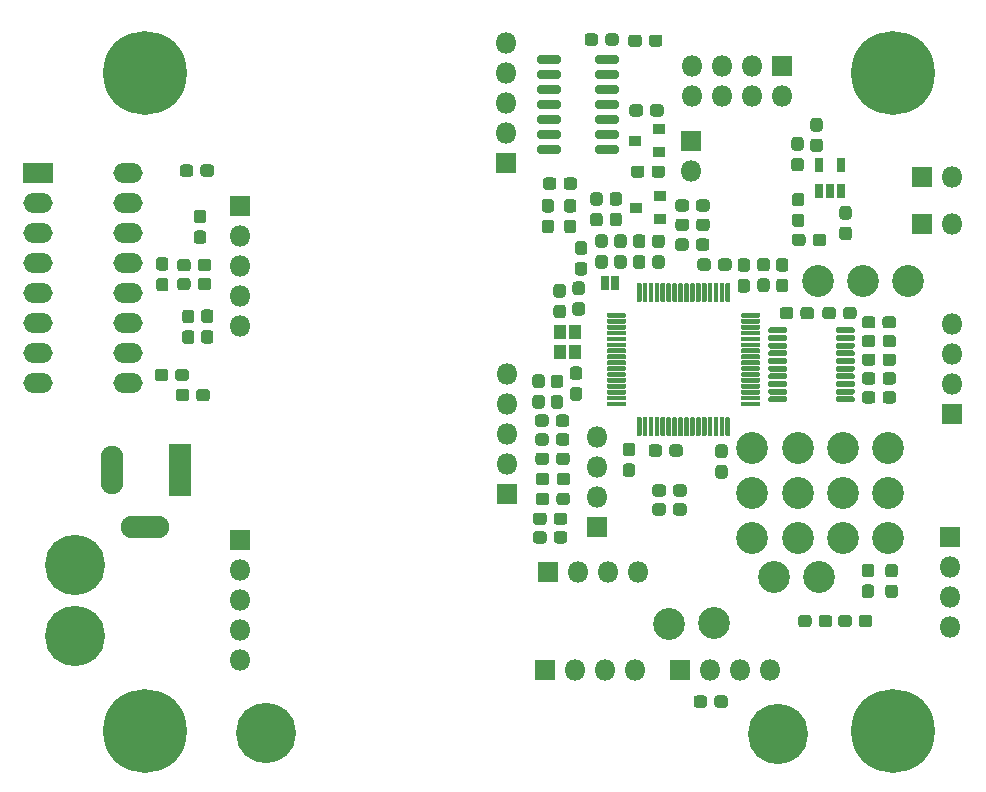
<source format=gts>
%TF.GenerationSoftware,KiCad,Pcbnew,(5.1.6-0-10_14)*%
%TF.CreationDate,2022-07-24T21:03:51-05:00*%
%TF.ProjectId,small_led_driver_with_optoisolator,736d616c-6c5f-46c6-9564-5f6472697665,rev?*%
%TF.SameCoordinates,Original*%
%TF.FileFunction,Soldermask,Top*%
%TF.FilePolarity,Negative*%
%FSLAX46Y46*%
G04 Gerber Fmt 4.6, Leading zero omitted, Abs format (unit mm)*
G04 Created by KiCad (PCBNEW (5.1.6-0-10_14)) date 2022-07-24 21:03:51*
%MOMM*%
%LPD*%
G01*
G04 APERTURE LIST*
%ADD10C,5.100000*%
%ADD11R,1.800000X1.800000*%
%ADD12O,1.800000X1.800000*%
%ADD13C,7.100000*%
%ADD14C,2.700000*%
%ADD15R,1.900000X4.500000*%
%ADD16O,1.900000X4.100000*%
%ADD17O,4.100000X1.900000*%
%ADD18R,1.000000X0.900000*%
%ADD19R,0.750000X1.160000*%
%ADD20R,1.100000X1.300000*%
%ADD21R,0.675000X1.240000*%
%ADD22O,2.500000X1.700000*%
%ADD23R,2.500000X1.700000*%
G04 APERTURE END LIST*
D10*
%TO.C,J33*%
X143610000Y-131240000D03*
%TD*%
%TO.C,J34*%
X186974000Y-131358000D03*
%TD*%
D11*
%TO.C,U10*%
X163999718Y-111051000D03*
D12*
X163999718Y-108511000D03*
X163999718Y-105971000D03*
X163999718Y-103431000D03*
X163999718Y-100891000D03*
%TD*%
%TO.C,U5*%
X141401412Y-96776537D03*
X141401412Y-94236537D03*
X141401412Y-91696537D03*
X141401412Y-89156537D03*
D11*
X141401412Y-86616537D03*
%TD*%
D13*
%TO.C,H1*%
X133334140Y-131099440D03*
%TD*%
D11*
%TO.C,U9*%
X163953092Y-83010883D03*
D12*
X163953092Y-80470883D03*
X163953092Y-77930883D03*
X163953092Y-75390883D03*
X163953092Y-72850883D03*
%TD*%
%TO.C,J31*%
X175061000Y-117584000D03*
X172521000Y-117584000D03*
X169981000Y-117584000D03*
D11*
X167441000Y-117584000D03*
%TD*%
%TO.C,R36*%
G36*
G01*
X192036800Y-122030300D02*
X192036800Y-121505300D01*
G75*
G02*
X192299300Y-121242800I262500J0D01*
G01*
X192924300Y-121242800D01*
G75*
G02*
X193186800Y-121505300I0J-262500D01*
G01*
X193186800Y-122030300D01*
G75*
G02*
X192924300Y-122292800I-262500J0D01*
G01*
X192299300Y-122292800D01*
G75*
G02*
X192036800Y-122030300I0J262500D01*
G01*
G37*
G36*
G01*
X193786800Y-122030300D02*
X193786800Y-121505300D01*
G75*
G02*
X194049300Y-121242800I262500J0D01*
G01*
X194674300Y-121242800D01*
G75*
G02*
X194936800Y-121505300I0J-262500D01*
G01*
X194936800Y-122030300D01*
G75*
G02*
X194674300Y-122292800I-262500J0D01*
G01*
X194049300Y-122292800D01*
G75*
G02*
X193786800Y-122030300I0J262500D01*
G01*
G37*
%TD*%
%TO.C,R32*%
G36*
G01*
X190383200Y-122043000D02*
X190383200Y-121518000D01*
G75*
G02*
X190645700Y-121255500I262500J0D01*
G01*
X191270700Y-121255500D01*
G75*
G02*
X191533200Y-121518000I0J-262500D01*
G01*
X191533200Y-122043000D01*
G75*
G02*
X191270700Y-122305500I-262500J0D01*
G01*
X190645700Y-122305500D01*
G75*
G02*
X190383200Y-122043000I0J262500D01*
G01*
G37*
G36*
G01*
X188633200Y-122043000D02*
X188633200Y-121518000D01*
G75*
G02*
X188895700Y-121255500I262500J0D01*
G01*
X189520700Y-121255500D01*
G75*
G02*
X189783200Y-121518000I0J-262500D01*
G01*
X189783200Y-122043000D01*
G75*
G02*
X189520700Y-122305500I-262500J0D01*
G01*
X188895700Y-122305500D01*
G75*
G02*
X188633200Y-122043000I0J262500D01*
G01*
G37*
%TD*%
%TO.C,R28*%
G36*
G01*
X178062900Y-110981300D02*
X178062900Y-110456300D01*
G75*
G02*
X178325400Y-110193800I262500J0D01*
G01*
X178950400Y-110193800D01*
G75*
G02*
X179212900Y-110456300I0J-262500D01*
G01*
X179212900Y-110981300D01*
G75*
G02*
X178950400Y-111243800I-262500J0D01*
G01*
X178325400Y-111243800D01*
G75*
G02*
X178062900Y-110981300I0J262500D01*
G01*
G37*
G36*
G01*
X176312900Y-110981300D02*
X176312900Y-110456300D01*
G75*
G02*
X176575400Y-110193800I262500J0D01*
G01*
X177200400Y-110193800D01*
G75*
G02*
X177462900Y-110456300I0J-262500D01*
G01*
X177462900Y-110981300D01*
G75*
G02*
X177200400Y-111243800I-262500J0D01*
G01*
X176575400Y-111243800D01*
G75*
G02*
X176312900Y-110981300I0J262500D01*
G01*
G37*
%TD*%
%TO.C,R27*%
G36*
G01*
X179201500Y-112056500D02*
X179201500Y-112581500D01*
G75*
G02*
X178939000Y-112844000I-262500J0D01*
G01*
X178314000Y-112844000D01*
G75*
G02*
X178051500Y-112581500I0J262500D01*
G01*
X178051500Y-112056500D01*
G75*
G02*
X178314000Y-111794000I262500J0D01*
G01*
X178939000Y-111794000D01*
G75*
G02*
X179201500Y-112056500I0J-262500D01*
G01*
G37*
G36*
G01*
X177451500Y-112056500D02*
X177451500Y-112581500D01*
G75*
G02*
X177189000Y-112844000I-262500J0D01*
G01*
X176564000Y-112844000D01*
G75*
G02*
X176301500Y-112581500I0J262500D01*
G01*
X176301500Y-112056500D01*
G75*
G02*
X176564000Y-111794000I262500J0D01*
G01*
X177189000Y-111794000D01*
G75*
G02*
X177451500Y-112056500I0J-262500D01*
G01*
G37*
%TD*%
D12*
%TO.C,J30*%
X201710000Y-96640000D03*
X201710000Y-99180000D03*
X201710000Y-101720000D03*
D11*
X201710000Y-104260000D03*
%TD*%
D12*
%TO.C,J29*%
X186280000Y-125891000D03*
X183740000Y-125891000D03*
X181200000Y-125891000D03*
D11*
X178660000Y-125891000D03*
%TD*%
D14*
%TO.C,J28*%
X177728000Y-122040000D03*
%TD*%
%TO.C,J27*%
X186577999Y-118059400D03*
%TD*%
D11*
%TO.C,J26*%
X167236000Y-125909000D03*
D12*
X169776000Y-125909000D03*
X172316000Y-125909000D03*
X174856000Y-125909000D03*
%TD*%
D11*
%TO.C,J25*%
X201510000Y-114640000D03*
D12*
X201510000Y-117180000D03*
X201510000Y-119720000D03*
X201510000Y-122260000D03*
%TD*%
D14*
%TO.C,J24*%
X190388000Y-118059400D03*
%TD*%
%TO.C,J2*%
X181491000Y-121927000D03*
%TD*%
D15*
%TO.C,J1*%
X136325000Y-109020000D03*
D16*
X130525000Y-109020000D03*
D17*
X133325000Y-113820000D03*
%TD*%
%TO.C,C21*%
G36*
G01*
X180946000Y-128335500D02*
X180946000Y-128860500D01*
G75*
G02*
X180683500Y-129123000I-262500J0D01*
G01*
X180058500Y-129123000D01*
G75*
G02*
X179796000Y-128860500I0J262500D01*
G01*
X179796000Y-128335500D01*
G75*
G02*
X180058500Y-128073000I262500J0D01*
G01*
X180683500Y-128073000D01*
G75*
G02*
X180946000Y-128335500I0J-262500D01*
G01*
G37*
G36*
G01*
X182696000Y-128335500D02*
X182696000Y-128860500D01*
G75*
G02*
X182433500Y-129123000I-262500J0D01*
G01*
X181808500Y-129123000D01*
G75*
G02*
X181546000Y-128860500I0J262500D01*
G01*
X181546000Y-128335500D01*
G75*
G02*
X181808500Y-128073000I262500J0D01*
G01*
X182433500Y-128073000D01*
G75*
G02*
X182696000Y-128335500I0J-262500D01*
G01*
G37*
%TD*%
D18*
%TO.C,Q1*%
X176873740Y-82045660D03*
X176873740Y-80145660D03*
X174873740Y-81095660D03*
%TD*%
%TO.C,C15*%
G36*
G01*
X187040500Y-92789000D02*
X187565500Y-92789000D01*
G75*
G02*
X187828000Y-93051500I0J-262500D01*
G01*
X187828000Y-93676500D01*
G75*
G02*
X187565500Y-93939000I-262500J0D01*
G01*
X187040500Y-93939000D01*
G75*
G02*
X186778000Y-93676500I0J262500D01*
G01*
X186778000Y-93051500D01*
G75*
G02*
X187040500Y-92789000I262500J0D01*
G01*
G37*
G36*
G01*
X187040500Y-91039000D02*
X187565500Y-91039000D01*
G75*
G02*
X187828000Y-91301500I0J-262500D01*
G01*
X187828000Y-91926500D01*
G75*
G02*
X187565500Y-92189000I-262500J0D01*
G01*
X187040500Y-92189000D01*
G75*
G02*
X186778000Y-91926500I0J262500D01*
G01*
X186778000Y-91301500D01*
G75*
G02*
X187040500Y-91039000I262500J0D01*
G01*
G37*
%TD*%
%TO.C,C13*%
G36*
G01*
X190462500Y-82075000D02*
X189937500Y-82075000D01*
G75*
G02*
X189675000Y-81812500I0J262500D01*
G01*
X189675000Y-81187500D01*
G75*
G02*
X189937500Y-80925000I262500J0D01*
G01*
X190462500Y-80925000D01*
G75*
G02*
X190725000Y-81187500I0J-262500D01*
G01*
X190725000Y-81812500D01*
G75*
G02*
X190462500Y-82075000I-262500J0D01*
G01*
G37*
G36*
G01*
X190462500Y-80325000D02*
X189937500Y-80325000D01*
G75*
G02*
X189675000Y-80062500I0J262500D01*
G01*
X189675000Y-79437500D01*
G75*
G02*
X189937500Y-79175000I262500J0D01*
G01*
X190462500Y-79175000D01*
G75*
G02*
X190725000Y-79437500I0J-262500D01*
G01*
X190725000Y-80062500D01*
G75*
G02*
X190462500Y-80325000I-262500J0D01*
G01*
G37*
%TD*%
%TO.C,C12*%
G36*
G01*
X177082500Y-90200000D02*
X176557500Y-90200000D01*
G75*
G02*
X176295000Y-89937500I0J262500D01*
G01*
X176295000Y-89312500D01*
G75*
G02*
X176557500Y-89050000I262500J0D01*
G01*
X177082500Y-89050000D01*
G75*
G02*
X177345000Y-89312500I0J-262500D01*
G01*
X177345000Y-89937500D01*
G75*
G02*
X177082500Y-90200000I-262500J0D01*
G01*
G37*
G36*
G01*
X177082500Y-91950000D02*
X176557500Y-91950000D01*
G75*
G02*
X176295000Y-91687500I0J262500D01*
G01*
X176295000Y-91062500D01*
G75*
G02*
X176557500Y-90800000I262500J0D01*
G01*
X177082500Y-90800000D01*
G75*
G02*
X177345000Y-91062500I0J-262500D01*
G01*
X177345000Y-91687500D01*
G75*
G02*
X177082500Y-91950000I-262500J0D01*
G01*
G37*
%TD*%
%TO.C,C11*%
G36*
G01*
X174057500Y-106675000D02*
X174582500Y-106675000D01*
G75*
G02*
X174845000Y-106937500I0J-262500D01*
G01*
X174845000Y-107562500D01*
G75*
G02*
X174582500Y-107825000I-262500J0D01*
G01*
X174057500Y-107825000D01*
G75*
G02*
X173795000Y-107562500I0J262500D01*
G01*
X173795000Y-106937500D01*
G75*
G02*
X174057500Y-106675000I262500J0D01*
G01*
G37*
G36*
G01*
X174057500Y-108425000D02*
X174582500Y-108425000D01*
G75*
G02*
X174845000Y-108687500I0J-262500D01*
G01*
X174845000Y-109312500D01*
G75*
G02*
X174582500Y-109575000I-262500J0D01*
G01*
X174057500Y-109575000D01*
G75*
G02*
X173795000Y-109312500I0J262500D01*
G01*
X173795000Y-108687500D01*
G75*
G02*
X174057500Y-108425000I262500J0D01*
G01*
G37*
%TD*%
%TO.C,C14*%
G36*
G01*
X192397500Y-86635000D02*
X192922500Y-86635000D01*
G75*
G02*
X193185000Y-86897500I0J-262500D01*
G01*
X193185000Y-87522500D01*
G75*
G02*
X192922500Y-87785000I-262500J0D01*
G01*
X192397500Y-87785000D01*
G75*
G02*
X192135000Y-87522500I0J262500D01*
G01*
X192135000Y-86897500D01*
G75*
G02*
X192397500Y-86635000I262500J0D01*
G01*
G37*
G36*
G01*
X192397500Y-88385000D02*
X192922500Y-88385000D01*
G75*
G02*
X193185000Y-88647500I0J-262500D01*
G01*
X193185000Y-89272500D01*
G75*
G02*
X192922500Y-89535000I-262500J0D01*
G01*
X192397500Y-89535000D01*
G75*
G02*
X192135000Y-89272500I0J262500D01*
G01*
X192135000Y-88647500D01*
G75*
G02*
X192397500Y-88385000I262500J0D01*
G01*
G37*
%TD*%
D10*
%TO.C,J20*%
X127410000Y-117040000D03*
%TD*%
D14*
%TO.C,J13*%
X188619004Y-110942478D03*
%TD*%
%TO.C,C10*%
G36*
G01*
X181890500Y-108568000D02*
X182415500Y-108568000D01*
G75*
G02*
X182678000Y-108830500I0J-262500D01*
G01*
X182678000Y-109455500D01*
G75*
G02*
X182415500Y-109718000I-262500J0D01*
G01*
X181890500Y-109718000D01*
G75*
G02*
X181628000Y-109455500I0J262500D01*
G01*
X181628000Y-108830500D01*
G75*
G02*
X181890500Y-108568000I262500J0D01*
G01*
G37*
G36*
G01*
X181890500Y-106818000D02*
X182415500Y-106818000D01*
G75*
G02*
X182678000Y-107080500I0J-262500D01*
G01*
X182678000Y-107705500D01*
G75*
G02*
X182415500Y-107968000I-262500J0D01*
G01*
X181890500Y-107968000D01*
G75*
G02*
X181628000Y-107705500I0J262500D01*
G01*
X181628000Y-107080500D01*
G75*
G02*
X181890500Y-106818000I262500J0D01*
G01*
G37*
%TD*%
%TO.C,C17*%
G36*
G01*
X188387500Y-87270000D02*
X188912500Y-87270000D01*
G75*
G02*
X189175000Y-87532500I0J-262500D01*
G01*
X189175000Y-88157500D01*
G75*
G02*
X188912500Y-88420000I-262500J0D01*
G01*
X188387500Y-88420000D01*
G75*
G02*
X188125000Y-88157500I0J262500D01*
G01*
X188125000Y-87532500D01*
G75*
G02*
X188387500Y-87270000I262500J0D01*
G01*
G37*
G36*
G01*
X188387500Y-85520000D02*
X188912500Y-85520000D01*
G75*
G02*
X189175000Y-85782500I0J-262500D01*
G01*
X189175000Y-86407500D01*
G75*
G02*
X188912500Y-86670000I-262500J0D01*
G01*
X188387500Y-86670000D01*
G75*
G02*
X188125000Y-86407500I0J262500D01*
G01*
X188125000Y-85782500D01*
G75*
G02*
X188387500Y-85520000I262500J0D01*
G01*
G37*
%TD*%
%TO.C,C3*%
G36*
G01*
X172262500Y-90175000D02*
X171737500Y-90175000D01*
G75*
G02*
X171475000Y-89912500I0J262500D01*
G01*
X171475000Y-89287500D01*
G75*
G02*
X171737500Y-89025000I262500J0D01*
G01*
X172262500Y-89025000D01*
G75*
G02*
X172525000Y-89287500I0J-262500D01*
G01*
X172525000Y-89912500D01*
G75*
G02*
X172262500Y-90175000I-262500J0D01*
G01*
G37*
G36*
G01*
X172262500Y-91925000D02*
X171737500Y-91925000D01*
G75*
G02*
X171475000Y-91662500I0J262500D01*
G01*
X171475000Y-91037500D01*
G75*
G02*
X171737500Y-90775000I262500J0D01*
G01*
X172262500Y-90775000D01*
G75*
G02*
X172525000Y-91037500I0J-262500D01*
G01*
X172525000Y-91662500D01*
G75*
G02*
X172262500Y-91925000I-262500J0D01*
G01*
G37*
%TD*%
D11*
%TO.C,J3*%
X171619280Y-113847704D03*
D12*
X171619280Y-111307704D03*
X171619280Y-108767704D03*
X171619280Y-106227704D03*
%TD*%
%TO.C,C4*%
G36*
G01*
X173852500Y-91935001D02*
X173327500Y-91935001D01*
G75*
G02*
X173065000Y-91672501I0J262500D01*
G01*
X173065000Y-91047501D01*
G75*
G02*
X173327500Y-90785001I262500J0D01*
G01*
X173852500Y-90785001D01*
G75*
G02*
X174115000Y-91047501I0J-262500D01*
G01*
X174115000Y-91672501D01*
G75*
G02*
X173852500Y-91935001I-262500J0D01*
G01*
G37*
G36*
G01*
X173852500Y-90185001D02*
X173327500Y-90185001D01*
G75*
G02*
X173065000Y-89922501I0J262500D01*
G01*
X173065000Y-89297501D01*
G75*
G02*
X173327500Y-89035001I262500J0D01*
G01*
X173852500Y-89035001D01*
G75*
G02*
X174115000Y-89297501I0J-262500D01*
G01*
X174115000Y-89922501D01*
G75*
G02*
X173852500Y-90185001I-262500J0D01*
G01*
G37*
%TD*%
D14*
%TO.C,J22*%
X184776004Y-110928478D03*
%TD*%
%TO.C,C7*%
G36*
G01*
X190697000Y-95961500D02*
X190697000Y-95436500D01*
G75*
G02*
X190959500Y-95174000I262500J0D01*
G01*
X191584500Y-95174000D01*
G75*
G02*
X191847000Y-95436500I0J-262500D01*
G01*
X191847000Y-95961500D01*
G75*
G02*
X191584500Y-96224000I-262500J0D01*
G01*
X190959500Y-96224000D01*
G75*
G02*
X190697000Y-95961500I0J262500D01*
G01*
G37*
G36*
G01*
X192447000Y-95961500D02*
X192447000Y-95436500D01*
G75*
G02*
X192709500Y-95174000I262500J0D01*
G01*
X193334500Y-95174000D01*
G75*
G02*
X193597000Y-95436500I0J-262500D01*
G01*
X193597000Y-95961500D01*
G75*
G02*
X193334500Y-96224000I-262500J0D01*
G01*
X192709500Y-96224000D01*
G75*
G02*
X192447000Y-95961500I0J262500D01*
G01*
G37*
%TD*%
%TO.C,C6*%
G36*
G01*
X170528620Y-90769360D02*
X170003620Y-90769360D01*
G75*
G02*
X169741120Y-90506860I0J262500D01*
G01*
X169741120Y-89881860D01*
G75*
G02*
X170003620Y-89619360I262500J0D01*
G01*
X170528620Y-89619360D01*
G75*
G02*
X170791120Y-89881860I0J-262500D01*
G01*
X170791120Y-90506860D01*
G75*
G02*
X170528620Y-90769360I-262500J0D01*
G01*
G37*
G36*
G01*
X170528620Y-92519360D02*
X170003620Y-92519360D01*
G75*
G02*
X169741120Y-92256860I0J262500D01*
G01*
X169741120Y-91631860D01*
G75*
G02*
X170003620Y-91369360I262500J0D01*
G01*
X170528620Y-91369360D01*
G75*
G02*
X170791120Y-91631860I0J-262500D01*
G01*
X170791120Y-92256860D01*
G75*
G02*
X170528620Y-92519360I-262500J0D01*
G01*
G37*
%TD*%
%TO.C,J19*%
X196239003Y-110942478D03*
%TD*%
%TO.C,J17*%
X192429003Y-110942479D03*
%TD*%
%TO.C,C8*%
G36*
G01*
X175452500Y-90195000D02*
X174927500Y-90195000D01*
G75*
G02*
X174665000Y-89932500I0J262500D01*
G01*
X174665000Y-89307500D01*
G75*
G02*
X174927500Y-89045000I262500J0D01*
G01*
X175452500Y-89045000D01*
G75*
G02*
X175715000Y-89307500I0J-262500D01*
G01*
X175715000Y-89932500D01*
G75*
G02*
X175452500Y-90195000I-262500J0D01*
G01*
G37*
G36*
G01*
X175452500Y-91945000D02*
X174927500Y-91945000D01*
G75*
G02*
X174665000Y-91682500I0J262500D01*
G01*
X174665000Y-91057500D01*
G75*
G02*
X174927500Y-90795000I262500J0D01*
G01*
X175452500Y-90795000D01*
G75*
G02*
X175715000Y-91057500I0J-262500D01*
G01*
X175715000Y-91682500D01*
G75*
G02*
X175452500Y-91945000I-262500J0D01*
G01*
G37*
%TD*%
%TO.C,R20*%
G36*
G01*
X171830840Y-88364161D02*
X171305840Y-88364161D01*
G75*
G02*
X171043340Y-88101661I0J262500D01*
G01*
X171043340Y-87476661D01*
G75*
G02*
X171305840Y-87214161I262500J0D01*
G01*
X171830840Y-87214161D01*
G75*
G02*
X172093340Y-87476661I0J-262500D01*
G01*
X172093340Y-88101661D01*
G75*
G02*
X171830840Y-88364161I-262500J0D01*
G01*
G37*
G36*
G01*
X171830840Y-86614161D02*
X171305840Y-86614161D01*
G75*
G02*
X171043340Y-86351661I0J262500D01*
G01*
X171043340Y-85726661D01*
G75*
G02*
X171305840Y-85464161I262500J0D01*
G01*
X171830840Y-85464161D01*
G75*
G02*
X172093340Y-85726661I0J-262500D01*
G01*
X172093340Y-86351661D01*
G75*
G02*
X171830840Y-86614161I-262500J0D01*
G01*
G37*
%TD*%
%TO.C,R29*%
G36*
G01*
X136060000Y-91902500D02*
X136060000Y-91377500D01*
G75*
G02*
X136322500Y-91115000I262500J0D01*
G01*
X136947500Y-91115000D01*
G75*
G02*
X137210000Y-91377500I0J-262500D01*
G01*
X137210000Y-91902500D01*
G75*
G02*
X136947500Y-92165000I-262500J0D01*
G01*
X136322500Y-92165000D01*
G75*
G02*
X136060000Y-91902500I0J262500D01*
G01*
G37*
G36*
G01*
X137810000Y-91902500D02*
X137810000Y-91377500D01*
G75*
G02*
X138072500Y-91115000I262500J0D01*
G01*
X138697500Y-91115000D01*
G75*
G02*
X138960000Y-91377500I0J-262500D01*
G01*
X138960000Y-91902500D01*
G75*
G02*
X138697500Y-92165000I-262500J0D01*
G01*
X138072500Y-92165000D01*
G75*
G02*
X137810000Y-91902500I0J262500D01*
G01*
G37*
%TD*%
%TO.C,R24*%
G36*
G01*
X195193000Y-102570500D02*
X195193000Y-103095500D01*
G75*
G02*
X194930500Y-103358000I-262500J0D01*
G01*
X194305500Y-103358000D01*
G75*
G02*
X194043000Y-103095500I0J262500D01*
G01*
X194043000Y-102570500D01*
G75*
G02*
X194305500Y-102308000I262500J0D01*
G01*
X194930500Y-102308000D01*
G75*
G02*
X195193000Y-102570500I0J-262500D01*
G01*
G37*
G36*
G01*
X196943000Y-102570500D02*
X196943000Y-103095500D01*
G75*
G02*
X196680500Y-103358000I-262500J0D01*
G01*
X196055500Y-103358000D01*
G75*
G02*
X195793000Y-103095500I0J262500D01*
G01*
X195793000Y-102570500D01*
G75*
G02*
X196055500Y-102308000I262500J0D01*
G01*
X196680500Y-102308000D01*
G75*
G02*
X196943000Y-102570500I0J-262500D01*
G01*
G37*
%TD*%
%TO.C,R8*%
G36*
G01*
X188327500Y-80800001D02*
X188852500Y-80800001D01*
G75*
G02*
X189115000Y-81062501I0J-262500D01*
G01*
X189115000Y-81687501D01*
G75*
G02*
X188852500Y-81950001I-262500J0D01*
G01*
X188327500Y-81950001D01*
G75*
G02*
X188065000Y-81687501I0J262500D01*
G01*
X188065000Y-81062501D01*
G75*
G02*
X188327500Y-80800001I262500J0D01*
G01*
G37*
G36*
G01*
X188327500Y-82550001D02*
X188852500Y-82550001D01*
G75*
G02*
X189115000Y-82812501I0J-262500D01*
G01*
X189115000Y-83437501D01*
G75*
G02*
X188852500Y-83700001I-262500J0D01*
G01*
X188327500Y-83700001D01*
G75*
G02*
X188065000Y-83437501I0J262500D01*
G01*
X188065000Y-82812501D01*
G75*
G02*
X188327500Y-82550001I262500J0D01*
G01*
G37*
%TD*%
%TO.C,C9*%
G36*
G01*
X175985000Y-107602500D02*
X175985000Y-107077500D01*
G75*
G02*
X176247500Y-106815000I262500J0D01*
G01*
X176872500Y-106815000D01*
G75*
G02*
X177135000Y-107077500I0J-262500D01*
G01*
X177135000Y-107602500D01*
G75*
G02*
X176872500Y-107865000I-262500J0D01*
G01*
X176247500Y-107865000D01*
G75*
G02*
X175985000Y-107602500I0J262500D01*
G01*
G37*
G36*
G01*
X177735000Y-107602500D02*
X177735000Y-107077500D01*
G75*
G02*
X177997500Y-106815000I262500J0D01*
G01*
X178622500Y-106815000D01*
G75*
G02*
X178885000Y-107077500I0J-262500D01*
G01*
X178885000Y-107602500D01*
G75*
G02*
X178622500Y-107865000I-262500J0D01*
G01*
X177997500Y-107865000D01*
G75*
G02*
X177735000Y-107602500I0J262500D01*
G01*
G37*
%TD*%
%TO.C,R9*%
G36*
G01*
X180007900Y-88485139D02*
X180007900Y-87960139D01*
G75*
G02*
X180270400Y-87697639I262500J0D01*
G01*
X180895400Y-87697639D01*
G75*
G02*
X181157900Y-87960139I0J-262500D01*
G01*
X181157900Y-88485139D01*
G75*
G02*
X180895400Y-88747639I-262500J0D01*
G01*
X180270400Y-88747639D01*
G75*
G02*
X180007900Y-88485139I0J262500D01*
G01*
G37*
G36*
G01*
X178257900Y-88485139D02*
X178257900Y-87960139D01*
G75*
G02*
X178520400Y-87697639I262500J0D01*
G01*
X179145400Y-87697639D01*
G75*
G02*
X179407900Y-87960139I0J-262500D01*
G01*
X179407900Y-88485139D01*
G75*
G02*
X179145400Y-88747639I-262500J0D01*
G01*
X178520400Y-88747639D01*
G75*
G02*
X178257900Y-88485139I0J262500D01*
G01*
G37*
%TD*%
%TO.C,R15*%
G36*
G01*
X169284100Y-106138300D02*
X169284100Y-106663300D01*
G75*
G02*
X169021600Y-106925800I-262500J0D01*
G01*
X168396600Y-106925800D01*
G75*
G02*
X168134100Y-106663300I0J262500D01*
G01*
X168134100Y-106138300D01*
G75*
G02*
X168396600Y-105875800I262500J0D01*
G01*
X169021600Y-105875800D01*
G75*
G02*
X169284100Y-106138300I0J-262500D01*
G01*
G37*
G36*
G01*
X167534100Y-106138300D02*
X167534100Y-106663300D01*
G75*
G02*
X167271600Y-106925800I-262500J0D01*
G01*
X166646600Y-106925800D01*
G75*
G02*
X166384100Y-106663300I0J262500D01*
G01*
X166384100Y-106138300D01*
G75*
G02*
X166646600Y-105875800I262500J0D01*
G01*
X167271600Y-105875800D01*
G75*
G02*
X167534100Y-106138300I0J-262500D01*
G01*
G37*
%TD*%
D19*
%TO.C,U3*%
X190410000Y-83160000D03*
X192310000Y-83160000D03*
X192310000Y-85360000D03*
X191360000Y-85360000D03*
X190410000Y-85360000D03*
%TD*%
%TO.C,R26*%
G36*
G01*
X196945000Y-100965500D02*
X196945000Y-101490500D01*
G75*
G02*
X196682500Y-101753000I-262500J0D01*
G01*
X196057500Y-101753000D01*
G75*
G02*
X195795000Y-101490500I0J262500D01*
G01*
X195795000Y-100965500D01*
G75*
G02*
X196057500Y-100703000I262500J0D01*
G01*
X196682500Y-100703000D01*
G75*
G02*
X196945000Y-100965500I0J-262500D01*
G01*
G37*
G36*
G01*
X195195000Y-100965500D02*
X195195000Y-101490500D01*
G75*
G02*
X194932500Y-101753000I-262500J0D01*
G01*
X194307500Y-101753000D01*
G75*
G02*
X194045000Y-101490500I0J262500D01*
G01*
X194045000Y-100965500D01*
G75*
G02*
X194307500Y-100703000I262500J0D01*
G01*
X194932500Y-100703000D01*
G75*
G02*
X195195000Y-100965500I0J-262500D01*
G01*
G37*
%TD*%
%TO.C,R25*%
G36*
G01*
X195191000Y-99388500D02*
X195191000Y-99913500D01*
G75*
G02*
X194928500Y-100176000I-262500J0D01*
G01*
X194303500Y-100176000D01*
G75*
G02*
X194041000Y-99913500I0J262500D01*
G01*
X194041000Y-99388500D01*
G75*
G02*
X194303500Y-99126000I262500J0D01*
G01*
X194928500Y-99126000D01*
G75*
G02*
X195191000Y-99388500I0J-262500D01*
G01*
G37*
G36*
G01*
X196941000Y-99388500D02*
X196941000Y-99913500D01*
G75*
G02*
X196678500Y-100176000I-262500J0D01*
G01*
X196053500Y-100176000D01*
G75*
G02*
X195791000Y-99913500I0J262500D01*
G01*
X195791000Y-99388500D01*
G75*
G02*
X196053500Y-99126000I262500J0D01*
G01*
X196678500Y-99126000D01*
G75*
G02*
X196941000Y-99388500I0J-262500D01*
G01*
G37*
%TD*%
%TO.C,R19*%
G36*
G01*
X176235400Y-83993800D02*
X176235400Y-83468800D01*
G75*
G02*
X176497900Y-83206300I262500J0D01*
G01*
X177122900Y-83206300D01*
G75*
G02*
X177385400Y-83468800I0J-262500D01*
G01*
X177385400Y-83993800D01*
G75*
G02*
X177122900Y-84256300I-262500J0D01*
G01*
X176497900Y-84256300D01*
G75*
G02*
X176235400Y-83993800I0J262500D01*
G01*
G37*
G36*
G01*
X174485400Y-83993800D02*
X174485400Y-83468800D01*
G75*
G02*
X174747900Y-83206300I262500J0D01*
G01*
X175372900Y-83206300D01*
G75*
G02*
X175635400Y-83468800I0J-262500D01*
G01*
X175635400Y-83993800D01*
G75*
G02*
X175372900Y-84256300I-262500J0D01*
G01*
X174747900Y-84256300D01*
G75*
G02*
X174485400Y-83993800I0J262500D01*
G01*
G37*
%TD*%
%TO.C,C19*%
G36*
G01*
X173460000Y-72277500D02*
X173460000Y-72802500D01*
G75*
G02*
X173197500Y-73065000I-262500J0D01*
G01*
X172572500Y-73065000D01*
G75*
G02*
X172310000Y-72802500I0J262500D01*
G01*
X172310000Y-72277500D01*
G75*
G02*
X172572500Y-72015000I262500J0D01*
G01*
X173197500Y-72015000D01*
G75*
G02*
X173460000Y-72277500I0J-262500D01*
G01*
G37*
G36*
G01*
X171710000Y-72277500D02*
X171710000Y-72802500D01*
G75*
G02*
X171447500Y-73065000I-262500J0D01*
G01*
X170822500Y-73065000D01*
G75*
G02*
X170560000Y-72802500I0J262500D01*
G01*
X170560000Y-72277500D01*
G75*
G02*
X170822500Y-72015000I262500J0D01*
G01*
X171447500Y-72015000D01*
G75*
G02*
X171710000Y-72277500I0J-262500D01*
G01*
G37*
%TD*%
D14*
%TO.C,J4*%
X197923654Y-92975238D03*
%TD*%
%TO.C,R14*%
G36*
G01*
X168158200Y-108296000D02*
X168158200Y-107771000D01*
G75*
G02*
X168420700Y-107508500I262500J0D01*
G01*
X169045700Y-107508500D01*
G75*
G02*
X169308200Y-107771000I0J-262500D01*
G01*
X169308200Y-108296000D01*
G75*
G02*
X169045700Y-108558500I-262500J0D01*
G01*
X168420700Y-108558500D01*
G75*
G02*
X168158200Y-108296000I0J262500D01*
G01*
G37*
G36*
G01*
X166408200Y-108296000D02*
X166408200Y-107771000D01*
G75*
G02*
X166670700Y-107508500I262500J0D01*
G01*
X167295700Y-107508500D01*
G75*
G02*
X167558200Y-107771000I0J-262500D01*
G01*
X167558200Y-108296000D01*
G75*
G02*
X167295700Y-108558500I-262500J0D01*
G01*
X166670700Y-108558500D01*
G75*
G02*
X166408200Y-108296000I0J262500D01*
G01*
G37*
%TD*%
%TO.C,R16*%
G36*
G01*
X166443200Y-110006000D02*
X166443200Y-109481000D01*
G75*
G02*
X166705700Y-109218500I262500J0D01*
G01*
X167330700Y-109218500D01*
G75*
G02*
X167593200Y-109481000I0J-262500D01*
G01*
X167593200Y-110006000D01*
G75*
G02*
X167330700Y-110268500I-262500J0D01*
G01*
X166705700Y-110268500D01*
G75*
G02*
X166443200Y-110006000I0J262500D01*
G01*
G37*
G36*
G01*
X168193200Y-110006000D02*
X168193200Y-109481000D01*
G75*
G02*
X168455700Y-109218500I262500J0D01*
G01*
X169080700Y-109218500D01*
G75*
G02*
X169343200Y-109481000I0J-262500D01*
G01*
X169343200Y-110006000D01*
G75*
G02*
X169080700Y-110268500I-262500J0D01*
G01*
X168455700Y-110268500D01*
G75*
G02*
X168193200Y-110006000I0J262500D01*
G01*
G37*
%TD*%
%TO.C,C18*%
G36*
G01*
X167953000Y-114954500D02*
X167953000Y-114429500D01*
G75*
G02*
X168215500Y-114167000I262500J0D01*
G01*
X168840500Y-114167000D01*
G75*
G02*
X169103000Y-114429500I0J-262500D01*
G01*
X169103000Y-114954500D01*
G75*
G02*
X168840500Y-115217000I-262500J0D01*
G01*
X168215500Y-115217000D01*
G75*
G02*
X167953000Y-114954500I0J262500D01*
G01*
G37*
G36*
G01*
X166203000Y-114954500D02*
X166203000Y-114429500D01*
G75*
G02*
X166465500Y-114167000I262500J0D01*
G01*
X167090500Y-114167000D01*
G75*
G02*
X167353000Y-114429500I0J-262500D01*
G01*
X167353000Y-114954500D01*
G75*
G02*
X167090500Y-115217000I-262500J0D01*
G01*
X166465500Y-115217000D01*
G75*
G02*
X166203000Y-114954500I0J262500D01*
G01*
G37*
%TD*%
%TO.C,R38*%
G36*
G01*
X194817500Y-119828000D02*
X194292500Y-119828000D01*
G75*
G02*
X194030000Y-119565500I0J262500D01*
G01*
X194030000Y-118940500D01*
G75*
G02*
X194292500Y-118678000I262500J0D01*
G01*
X194817500Y-118678000D01*
G75*
G02*
X195080000Y-118940500I0J-262500D01*
G01*
X195080000Y-119565500D01*
G75*
G02*
X194817500Y-119828000I-262500J0D01*
G01*
G37*
G36*
G01*
X194817500Y-118078000D02*
X194292500Y-118078000D01*
G75*
G02*
X194030000Y-117815500I0J262500D01*
G01*
X194030000Y-117190500D01*
G75*
G02*
X194292500Y-116928000I262500J0D01*
G01*
X194817500Y-116928000D01*
G75*
G02*
X195080000Y-117190500I0J-262500D01*
G01*
X195080000Y-117815500D01*
G75*
G02*
X194817500Y-118078000I-262500J0D01*
G01*
G37*
%TD*%
%TO.C,R37*%
G36*
G01*
X196820500Y-118083000D02*
X196295500Y-118083000D01*
G75*
G02*
X196033000Y-117820500I0J262500D01*
G01*
X196033000Y-117195500D01*
G75*
G02*
X196295500Y-116933000I262500J0D01*
G01*
X196820500Y-116933000D01*
G75*
G02*
X197083000Y-117195500I0J-262500D01*
G01*
X197083000Y-117820500D01*
G75*
G02*
X196820500Y-118083000I-262500J0D01*
G01*
G37*
G36*
G01*
X196820500Y-119833000D02*
X196295500Y-119833000D01*
G75*
G02*
X196033000Y-119570500I0J262500D01*
G01*
X196033000Y-118945500D01*
G75*
G02*
X196295500Y-118683000I262500J0D01*
G01*
X196820500Y-118683000D01*
G75*
G02*
X197083000Y-118945500I0J-262500D01*
G01*
X197083000Y-119570500D01*
G75*
G02*
X196820500Y-119833000I-262500J0D01*
G01*
G37*
%TD*%
%TO.C,J6*%
X192429003Y-107132478D03*
%TD*%
D12*
%TO.C,J16*%
X201668000Y-84176000D03*
D11*
X199128000Y-84176000D03*
%TD*%
%TO.C,J14*%
X199160000Y-88189000D03*
D12*
X201700000Y-88189000D03*
%TD*%
D20*
%TO.C,U4*%
X168490000Y-99030000D03*
X168490000Y-97330000D03*
X169790000Y-97330000D03*
X169790000Y-99030000D03*
%TD*%
D21*
%TO.C,U6*%
X173152500Y-93110000D03*
X172327500Y-93110000D03*
%TD*%
%TO.C,U1*%
G36*
G01*
X191852000Y-97282001D02*
X191852000Y-97032001D01*
G75*
G02*
X191977000Y-96907001I125000J0D01*
G01*
X193302000Y-96907001D01*
G75*
G02*
X193427000Y-97032001I0J-125000D01*
G01*
X193427000Y-97282001D01*
G75*
G02*
X193302000Y-97407001I-125000J0D01*
G01*
X191977000Y-97407001D01*
G75*
G02*
X191852000Y-97282001I0J125000D01*
G01*
G37*
G36*
G01*
X191852000Y-97932001D02*
X191852000Y-97682001D01*
G75*
G02*
X191977000Y-97557001I125000J0D01*
G01*
X193302000Y-97557001D01*
G75*
G02*
X193427000Y-97682001I0J-125000D01*
G01*
X193427000Y-97932001D01*
G75*
G02*
X193302000Y-98057001I-125000J0D01*
G01*
X191977000Y-98057001D01*
G75*
G02*
X191852000Y-97932001I0J125000D01*
G01*
G37*
G36*
G01*
X191852000Y-98582001D02*
X191852000Y-98332001D01*
G75*
G02*
X191977000Y-98207001I125000J0D01*
G01*
X193302000Y-98207001D01*
G75*
G02*
X193427000Y-98332001I0J-125000D01*
G01*
X193427000Y-98582001D01*
G75*
G02*
X193302000Y-98707001I-125000J0D01*
G01*
X191977000Y-98707001D01*
G75*
G02*
X191852000Y-98582001I0J125000D01*
G01*
G37*
G36*
G01*
X191852000Y-99232001D02*
X191852000Y-98982001D01*
G75*
G02*
X191977000Y-98857001I125000J0D01*
G01*
X193302000Y-98857001D01*
G75*
G02*
X193427000Y-98982001I0J-125000D01*
G01*
X193427000Y-99232001D01*
G75*
G02*
X193302000Y-99357001I-125000J0D01*
G01*
X191977000Y-99357001D01*
G75*
G02*
X191852000Y-99232001I0J125000D01*
G01*
G37*
G36*
G01*
X191852000Y-99882001D02*
X191852000Y-99632001D01*
G75*
G02*
X191977000Y-99507001I125000J0D01*
G01*
X193302000Y-99507001D01*
G75*
G02*
X193427000Y-99632001I0J-125000D01*
G01*
X193427000Y-99882001D01*
G75*
G02*
X193302000Y-100007001I-125000J0D01*
G01*
X191977000Y-100007001D01*
G75*
G02*
X191852000Y-99882001I0J125000D01*
G01*
G37*
G36*
G01*
X191852000Y-100532001D02*
X191852000Y-100282001D01*
G75*
G02*
X191977000Y-100157001I125000J0D01*
G01*
X193302000Y-100157001D01*
G75*
G02*
X193427000Y-100282001I0J-125000D01*
G01*
X193427000Y-100532001D01*
G75*
G02*
X193302000Y-100657001I-125000J0D01*
G01*
X191977000Y-100657001D01*
G75*
G02*
X191852000Y-100532001I0J125000D01*
G01*
G37*
G36*
G01*
X191852000Y-101182001D02*
X191852000Y-100932001D01*
G75*
G02*
X191977000Y-100807001I125000J0D01*
G01*
X193302000Y-100807001D01*
G75*
G02*
X193427000Y-100932001I0J-125000D01*
G01*
X193427000Y-101182001D01*
G75*
G02*
X193302000Y-101307001I-125000J0D01*
G01*
X191977000Y-101307001D01*
G75*
G02*
X191852000Y-101182001I0J125000D01*
G01*
G37*
G36*
G01*
X191852000Y-101832001D02*
X191852000Y-101582001D01*
G75*
G02*
X191977000Y-101457001I125000J0D01*
G01*
X193302000Y-101457001D01*
G75*
G02*
X193427000Y-101582001I0J-125000D01*
G01*
X193427000Y-101832001D01*
G75*
G02*
X193302000Y-101957001I-125000J0D01*
G01*
X191977000Y-101957001D01*
G75*
G02*
X191852000Y-101832001I0J125000D01*
G01*
G37*
G36*
G01*
X191852000Y-102482001D02*
X191852000Y-102232001D01*
G75*
G02*
X191977000Y-102107001I125000J0D01*
G01*
X193302000Y-102107001D01*
G75*
G02*
X193427000Y-102232001I0J-125000D01*
G01*
X193427000Y-102482001D01*
G75*
G02*
X193302000Y-102607001I-125000J0D01*
G01*
X191977000Y-102607001D01*
G75*
G02*
X191852000Y-102482001I0J125000D01*
G01*
G37*
G36*
G01*
X191852000Y-103132001D02*
X191852000Y-102882001D01*
G75*
G02*
X191977000Y-102757001I125000J0D01*
G01*
X193302000Y-102757001D01*
G75*
G02*
X193427000Y-102882001I0J-125000D01*
G01*
X193427000Y-103132001D01*
G75*
G02*
X193302000Y-103257001I-125000J0D01*
G01*
X191977000Y-103257001D01*
G75*
G02*
X191852000Y-103132001I0J125000D01*
G01*
G37*
G36*
G01*
X186127000Y-103132001D02*
X186127000Y-102882001D01*
G75*
G02*
X186252000Y-102757001I125000J0D01*
G01*
X187577000Y-102757001D01*
G75*
G02*
X187702000Y-102882001I0J-125000D01*
G01*
X187702000Y-103132001D01*
G75*
G02*
X187577000Y-103257001I-125000J0D01*
G01*
X186252000Y-103257001D01*
G75*
G02*
X186127000Y-103132001I0J125000D01*
G01*
G37*
G36*
G01*
X186127000Y-102482001D02*
X186127000Y-102232001D01*
G75*
G02*
X186252000Y-102107001I125000J0D01*
G01*
X187577000Y-102107001D01*
G75*
G02*
X187702000Y-102232001I0J-125000D01*
G01*
X187702000Y-102482001D01*
G75*
G02*
X187577000Y-102607001I-125000J0D01*
G01*
X186252000Y-102607001D01*
G75*
G02*
X186127000Y-102482001I0J125000D01*
G01*
G37*
G36*
G01*
X186127000Y-101832001D02*
X186127000Y-101582001D01*
G75*
G02*
X186252000Y-101457001I125000J0D01*
G01*
X187577000Y-101457001D01*
G75*
G02*
X187702000Y-101582001I0J-125000D01*
G01*
X187702000Y-101832001D01*
G75*
G02*
X187577000Y-101957001I-125000J0D01*
G01*
X186252000Y-101957001D01*
G75*
G02*
X186127000Y-101832001I0J125000D01*
G01*
G37*
G36*
G01*
X186127000Y-101182001D02*
X186127000Y-100932001D01*
G75*
G02*
X186252000Y-100807001I125000J0D01*
G01*
X187577000Y-100807001D01*
G75*
G02*
X187702000Y-100932001I0J-125000D01*
G01*
X187702000Y-101182001D01*
G75*
G02*
X187577000Y-101307001I-125000J0D01*
G01*
X186252000Y-101307001D01*
G75*
G02*
X186127000Y-101182001I0J125000D01*
G01*
G37*
G36*
G01*
X186127000Y-100532001D02*
X186127000Y-100282001D01*
G75*
G02*
X186252000Y-100157001I125000J0D01*
G01*
X187577000Y-100157001D01*
G75*
G02*
X187702000Y-100282001I0J-125000D01*
G01*
X187702000Y-100532001D01*
G75*
G02*
X187577000Y-100657001I-125000J0D01*
G01*
X186252000Y-100657001D01*
G75*
G02*
X186127000Y-100532001I0J125000D01*
G01*
G37*
G36*
G01*
X186127000Y-99882001D02*
X186127000Y-99632001D01*
G75*
G02*
X186252000Y-99507001I125000J0D01*
G01*
X187577000Y-99507001D01*
G75*
G02*
X187702000Y-99632001I0J-125000D01*
G01*
X187702000Y-99882001D01*
G75*
G02*
X187577000Y-100007001I-125000J0D01*
G01*
X186252000Y-100007001D01*
G75*
G02*
X186127000Y-99882001I0J125000D01*
G01*
G37*
G36*
G01*
X186127000Y-99232001D02*
X186127000Y-98982001D01*
G75*
G02*
X186252000Y-98857001I125000J0D01*
G01*
X187577000Y-98857001D01*
G75*
G02*
X187702000Y-98982001I0J-125000D01*
G01*
X187702000Y-99232001D01*
G75*
G02*
X187577000Y-99357001I-125000J0D01*
G01*
X186252000Y-99357001D01*
G75*
G02*
X186127000Y-99232001I0J125000D01*
G01*
G37*
G36*
G01*
X186127000Y-98582001D02*
X186127000Y-98332001D01*
G75*
G02*
X186252000Y-98207001I125000J0D01*
G01*
X187577000Y-98207001D01*
G75*
G02*
X187702000Y-98332001I0J-125000D01*
G01*
X187702000Y-98582001D01*
G75*
G02*
X187577000Y-98707001I-125000J0D01*
G01*
X186252000Y-98707001D01*
G75*
G02*
X186127000Y-98582001I0J125000D01*
G01*
G37*
G36*
G01*
X186127000Y-97932001D02*
X186127000Y-97682001D01*
G75*
G02*
X186252000Y-97557001I125000J0D01*
G01*
X187577000Y-97557001D01*
G75*
G02*
X187702000Y-97682001I0J-125000D01*
G01*
X187702000Y-97932001D01*
G75*
G02*
X187577000Y-98057001I-125000J0D01*
G01*
X186252000Y-98057001D01*
G75*
G02*
X186127000Y-97932001I0J125000D01*
G01*
G37*
G36*
G01*
X186127000Y-97282001D02*
X186127000Y-97032001D01*
G75*
G02*
X186252000Y-96907001I125000J0D01*
G01*
X187577000Y-96907001D01*
G75*
G02*
X187702000Y-97032001I0J-125000D01*
G01*
X187702000Y-97282001D01*
G75*
G02*
X187577000Y-97407001I-125000J0D01*
G01*
X186252000Y-97407001D01*
G75*
G02*
X186127000Y-97282001I0J125000D01*
G01*
G37*
%TD*%
%TO.C,C20*%
G36*
G01*
X167950001Y-113373500D02*
X167950001Y-112848500D01*
G75*
G02*
X168212501Y-112586000I262500J0D01*
G01*
X168837501Y-112586000D01*
G75*
G02*
X169100001Y-112848500I0J-262500D01*
G01*
X169100001Y-113373500D01*
G75*
G02*
X168837501Y-113636000I-262500J0D01*
G01*
X168212501Y-113636000D01*
G75*
G02*
X167950001Y-113373500I0J262500D01*
G01*
G37*
G36*
G01*
X166200001Y-113373500D02*
X166200001Y-112848500D01*
G75*
G02*
X166462501Y-112586000I262500J0D01*
G01*
X167087501Y-112586000D01*
G75*
G02*
X167350001Y-112848500I0J-262500D01*
G01*
X167350001Y-113373500D01*
G75*
G02*
X167087501Y-113636000I-262500J0D01*
G01*
X166462501Y-113636000D01*
G75*
G02*
X166200001Y-113373500I0J262500D01*
G01*
G37*
%TD*%
D14*
%TO.C,J23*%
X194113655Y-92975238D03*
%TD*%
%TO.C,C16*%
G36*
G01*
X185452500Y-91020000D02*
X185977500Y-91020000D01*
G75*
G02*
X186240000Y-91282500I0J-262500D01*
G01*
X186240000Y-91907500D01*
G75*
G02*
X185977500Y-92170000I-262500J0D01*
G01*
X185452500Y-92170000D01*
G75*
G02*
X185190000Y-91907500I0J262500D01*
G01*
X185190000Y-91282500D01*
G75*
G02*
X185452500Y-91020000I262500J0D01*
G01*
G37*
G36*
G01*
X185452500Y-92770000D02*
X185977500Y-92770000D01*
G75*
G02*
X186240000Y-93032500I0J-262500D01*
G01*
X186240000Y-93657500D01*
G75*
G02*
X185977500Y-93920000I-262500J0D01*
G01*
X185452500Y-93920000D01*
G75*
G02*
X185190000Y-93657500I0J262500D01*
G01*
X185190000Y-93032500D01*
G75*
G02*
X185452500Y-92770000I262500J0D01*
G01*
G37*
%TD*%
%TO.C,C2*%
G36*
G01*
X168712500Y-94390000D02*
X168187500Y-94390000D01*
G75*
G02*
X167925000Y-94127500I0J262500D01*
G01*
X167925000Y-93502500D01*
G75*
G02*
X168187500Y-93240000I262500J0D01*
G01*
X168712500Y-93240000D01*
G75*
G02*
X168975000Y-93502500I0J-262500D01*
G01*
X168975000Y-94127500D01*
G75*
G02*
X168712500Y-94390000I-262500J0D01*
G01*
G37*
G36*
G01*
X168712500Y-96140000D02*
X168187500Y-96140000D01*
G75*
G02*
X167925000Y-95877500I0J262500D01*
G01*
X167925000Y-95252500D01*
G75*
G02*
X168187500Y-94990000I262500J0D01*
G01*
X168712500Y-94990000D01*
G75*
G02*
X168975000Y-95252500I0J-262500D01*
G01*
X168975000Y-95877500D01*
G75*
G02*
X168712500Y-96140000I-262500J0D01*
G01*
G37*
%TD*%
%TO.C,C1*%
G36*
G01*
X169577500Y-100215000D02*
X170102500Y-100215000D01*
G75*
G02*
X170365000Y-100477500I0J-262500D01*
G01*
X170365000Y-101102500D01*
G75*
G02*
X170102500Y-101365000I-262500J0D01*
G01*
X169577500Y-101365000D01*
G75*
G02*
X169315000Y-101102500I0J262500D01*
G01*
X169315000Y-100477500D01*
G75*
G02*
X169577500Y-100215000I262500J0D01*
G01*
G37*
G36*
G01*
X169577500Y-101965000D02*
X170102500Y-101965000D01*
G75*
G02*
X170365000Y-102227500I0J-262500D01*
G01*
X170365000Y-102852500D01*
G75*
G02*
X170102500Y-103115000I-262500J0D01*
G01*
X169577500Y-103115000D01*
G75*
G02*
X169315000Y-102852500I0J262500D01*
G01*
X169315000Y-102227500D01*
G75*
G02*
X169577500Y-101965000I262500J0D01*
G01*
G37*
%TD*%
D10*
%TO.C,J21*%
X127410000Y-123040000D03*
%TD*%
%TO.C,R30*%
G36*
G01*
X136747500Y-97165000D02*
X137272500Y-97165000D01*
G75*
G02*
X137535000Y-97427500I0J-262500D01*
G01*
X137535000Y-98052500D01*
G75*
G02*
X137272500Y-98315000I-262500J0D01*
G01*
X136747500Y-98315000D01*
G75*
G02*
X136485000Y-98052500I0J262500D01*
G01*
X136485000Y-97427500D01*
G75*
G02*
X136747500Y-97165000I262500J0D01*
G01*
G37*
G36*
G01*
X136747500Y-95415000D02*
X137272500Y-95415000D01*
G75*
G02*
X137535000Y-95677500I0J-262500D01*
G01*
X137535000Y-96302500D01*
G75*
G02*
X137272500Y-96565000I-262500J0D01*
G01*
X136747500Y-96565000D01*
G75*
G02*
X136485000Y-96302500I0J262500D01*
G01*
X136485000Y-95677500D01*
G75*
G02*
X136747500Y-95415000I262500J0D01*
G01*
G37*
%TD*%
%TO.C,R2*%
G36*
G01*
X183777500Y-92815000D02*
X184302500Y-92815000D01*
G75*
G02*
X184565000Y-93077500I0J-262500D01*
G01*
X184565000Y-93702500D01*
G75*
G02*
X184302500Y-93965000I-262500J0D01*
G01*
X183777500Y-93965000D01*
G75*
G02*
X183515000Y-93702500I0J262500D01*
G01*
X183515000Y-93077500D01*
G75*
G02*
X183777500Y-92815000I262500J0D01*
G01*
G37*
G36*
G01*
X183777500Y-91065000D02*
X184302500Y-91065000D01*
G75*
G02*
X184565000Y-91327500I0J-262500D01*
G01*
X184565000Y-91952500D01*
G75*
G02*
X184302500Y-92215000I-262500J0D01*
G01*
X183777500Y-92215000D01*
G75*
G02*
X183515000Y-91952500I0J262500D01*
G01*
X183515000Y-91327500D01*
G75*
G02*
X183777500Y-91065000I262500J0D01*
G01*
G37*
%TD*%
%TO.C,R3*%
G36*
G01*
X169802960Y-94774260D02*
X170327960Y-94774260D01*
G75*
G02*
X170590460Y-95036760I0J-262500D01*
G01*
X170590460Y-95661760D01*
G75*
G02*
X170327960Y-95924260I-262500J0D01*
G01*
X169802960Y-95924260D01*
G75*
G02*
X169540460Y-95661760I0J262500D01*
G01*
X169540460Y-95036760D01*
G75*
G02*
X169802960Y-94774260I262500J0D01*
G01*
G37*
G36*
G01*
X169802960Y-93024260D02*
X170327960Y-93024260D01*
G75*
G02*
X170590460Y-93286760I0J-262500D01*
G01*
X170590460Y-93911760D01*
G75*
G02*
X170327960Y-94174260I-262500J0D01*
G01*
X169802960Y-94174260D01*
G75*
G02*
X169540460Y-93911760I0J262500D01*
G01*
X169540460Y-93286760D01*
G75*
G02*
X169802960Y-93024260I262500J0D01*
G01*
G37*
%TD*%
%TO.C,R4*%
G36*
G01*
X189991000Y-95444500D02*
X189991000Y-95969500D01*
G75*
G02*
X189728500Y-96232000I-262500J0D01*
G01*
X189103500Y-96232000D01*
G75*
G02*
X188841000Y-95969500I0J262500D01*
G01*
X188841000Y-95444500D01*
G75*
G02*
X189103500Y-95182000I262500J0D01*
G01*
X189728500Y-95182000D01*
G75*
G02*
X189991000Y-95444500I0J-262500D01*
G01*
G37*
G36*
G01*
X188241000Y-95444500D02*
X188241000Y-95969500D01*
G75*
G02*
X187978500Y-96232000I-262500J0D01*
G01*
X187353500Y-96232000D01*
G75*
G02*
X187091000Y-95969500I0J262500D01*
G01*
X187091000Y-95444500D01*
G75*
G02*
X187353500Y-95182000I262500J0D01*
G01*
X187978500Y-95182000D01*
G75*
G02*
X188241000Y-95444500I0J-262500D01*
G01*
G37*
%TD*%
%TO.C,R31*%
G36*
G01*
X138960000Y-92977500D02*
X138960000Y-93502500D01*
G75*
G02*
X138697500Y-93765000I-262500J0D01*
G01*
X138072500Y-93765000D01*
G75*
G02*
X137810000Y-93502500I0J262500D01*
G01*
X137810000Y-92977500D01*
G75*
G02*
X138072500Y-92715000I262500J0D01*
G01*
X138697500Y-92715000D01*
G75*
G02*
X138960000Y-92977500I0J-262500D01*
G01*
G37*
G36*
G01*
X137210000Y-92977500D02*
X137210000Y-93502500D01*
G75*
G02*
X136947500Y-93765000I-262500J0D01*
G01*
X136322500Y-93765000D01*
G75*
G02*
X136060000Y-93502500I0J262500D01*
G01*
X136060000Y-92977500D01*
G75*
G02*
X136322500Y-92715000I262500J0D01*
G01*
X136947500Y-92715000D01*
G75*
G02*
X137210000Y-92977500I0J-262500D01*
G01*
G37*
%TD*%
%TO.C,R11*%
G36*
G01*
X167964000Y-100899500D02*
X168489000Y-100899500D01*
G75*
G02*
X168751500Y-101162000I0J-262500D01*
G01*
X168751500Y-101787000D01*
G75*
G02*
X168489000Y-102049500I-262500J0D01*
G01*
X167964000Y-102049500D01*
G75*
G02*
X167701500Y-101787000I0J262500D01*
G01*
X167701500Y-101162000D01*
G75*
G02*
X167964000Y-100899500I262500J0D01*
G01*
G37*
G36*
G01*
X167964000Y-102649500D02*
X168489000Y-102649500D01*
G75*
G02*
X168751500Y-102912000I0J-262500D01*
G01*
X168751500Y-103537000D01*
G75*
G02*
X168489000Y-103799500I-262500J0D01*
G01*
X167964000Y-103799500D01*
G75*
G02*
X167701500Y-103537000I0J262500D01*
G01*
X167701500Y-102912000D01*
G75*
G02*
X167964000Y-102649500I262500J0D01*
G01*
G37*
%TD*%
%TO.C,R13*%
G36*
G01*
X179997900Y-86855140D02*
X179997900Y-86330140D01*
G75*
G02*
X180260400Y-86067640I262500J0D01*
G01*
X180885400Y-86067640D01*
G75*
G02*
X181147900Y-86330140I0J-262500D01*
G01*
X181147900Y-86855140D01*
G75*
G02*
X180885400Y-87117640I-262500J0D01*
G01*
X180260400Y-87117640D01*
G75*
G02*
X179997900Y-86855140I0J262500D01*
G01*
G37*
G36*
G01*
X178247900Y-86855140D02*
X178247900Y-86330140D01*
G75*
G02*
X178510400Y-86067640I262500J0D01*
G01*
X179135400Y-86067640D01*
G75*
G02*
X179397900Y-86330140I0J-262500D01*
G01*
X179397900Y-86855140D01*
G75*
G02*
X179135400Y-87117640I-262500J0D01*
G01*
X178510400Y-87117640D01*
G75*
G02*
X178247900Y-86855140I0J262500D01*
G01*
G37*
%TD*%
%TO.C,R12*%
G36*
G01*
X167521400Y-104538100D02*
X167521400Y-105063100D01*
G75*
G02*
X167258900Y-105325600I-262500J0D01*
G01*
X166633900Y-105325600D01*
G75*
G02*
X166371400Y-105063100I0J262500D01*
G01*
X166371400Y-104538100D01*
G75*
G02*
X166633900Y-104275600I262500J0D01*
G01*
X167258900Y-104275600D01*
G75*
G02*
X167521400Y-104538100I0J-262500D01*
G01*
G37*
G36*
G01*
X169271400Y-104538100D02*
X169271400Y-105063100D01*
G75*
G02*
X169008900Y-105325600I-262500J0D01*
G01*
X168383900Y-105325600D01*
G75*
G02*
X168121400Y-105063100I0J262500D01*
G01*
X168121400Y-104538100D01*
G75*
G02*
X168383900Y-104275600I262500J0D01*
G01*
X169008900Y-104275600D01*
G75*
G02*
X169271400Y-104538100I0J-262500D01*
G01*
G37*
%TD*%
D18*
%TO.C,Q2*%
X174918340Y-86764160D03*
X176918340Y-85814160D03*
X176918340Y-87714160D03*
%TD*%
%TO.C,R1*%
G36*
G01*
X180110000Y-91862500D02*
X180110000Y-91337500D01*
G75*
G02*
X180372500Y-91075000I262500J0D01*
G01*
X180997500Y-91075000D01*
G75*
G02*
X181260000Y-91337500I0J-262500D01*
G01*
X181260000Y-91862500D01*
G75*
G02*
X180997500Y-92125000I-262500J0D01*
G01*
X180372500Y-92125000D01*
G75*
G02*
X180110000Y-91862500I0J262500D01*
G01*
G37*
G36*
G01*
X181860000Y-91862500D02*
X181860000Y-91337500D01*
G75*
G02*
X182122500Y-91075000I262500J0D01*
G01*
X182747500Y-91075000D01*
G75*
G02*
X183010000Y-91337500I0J-262500D01*
G01*
X183010000Y-91862500D01*
G75*
G02*
X182747500Y-92125000I-262500J0D01*
G01*
X182122500Y-92125000D01*
G75*
G02*
X181860000Y-91862500I0J262500D01*
G01*
G37*
%TD*%
D12*
%TO.C,SW1*%
X179610780Y-83629700D03*
D11*
X179610780Y-81089700D03*
%TD*%
%TO.C,R21*%
G36*
G01*
X172945840Y-87204160D02*
X173470840Y-87204160D01*
G75*
G02*
X173733340Y-87466660I0J-262500D01*
G01*
X173733340Y-88091660D01*
G75*
G02*
X173470840Y-88354160I-262500J0D01*
G01*
X172945840Y-88354160D01*
G75*
G02*
X172683340Y-88091660I0J262500D01*
G01*
X172683340Y-87466660D01*
G75*
G02*
X172945840Y-87204160I262500J0D01*
G01*
G37*
G36*
G01*
X172945840Y-85454160D02*
X173470840Y-85454160D01*
G75*
G02*
X173733340Y-85716660I0J-262500D01*
G01*
X173733340Y-86341660D01*
G75*
G02*
X173470840Y-86604160I-262500J0D01*
G01*
X172945840Y-86604160D01*
G75*
G02*
X172683340Y-86341660I0J262500D01*
G01*
X172683340Y-85716660D01*
G75*
G02*
X172945840Y-85454160I262500J0D01*
G01*
G37*
%TD*%
%TO.C,U2*%
G36*
G01*
X174990000Y-94694999D02*
X174990000Y-93244999D01*
G75*
G02*
X175090000Y-93144999I100000J0D01*
G01*
X175290000Y-93144999D01*
G75*
G02*
X175390000Y-93244999I0J-100000D01*
G01*
X175390000Y-94694999D01*
G75*
G02*
X175290000Y-94794999I-100000J0D01*
G01*
X175090000Y-94794999D01*
G75*
G02*
X174990000Y-94694999I0J100000D01*
G01*
G37*
G36*
G01*
X175490000Y-94694999D02*
X175490000Y-93244999D01*
G75*
G02*
X175590000Y-93144999I100000J0D01*
G01*
X175790000Y-93144999D01*
G75*
G02*
X175890000Y-93244999I0J-100000D01*
G01*
X175890000Y-94694999D01*
G75*
G02*
X175790000Y-94794999I-100000J0D01*
G01*
X175590000Y-94794999D01*
G75*
G02*
X175490000Y-94694999I0J100000D01*
G01*
G37*
G36*
G01*
X175990000Y-94694999D02*
X175990000Y-93244999D01*
G75*
G02*
X176090000Y-93144999I100000J0D01*
G01*
X176290000Y-93144999D01*
G75*
G02*
X176390000Y-93244999I0J-100000D01*
G01*
X176390000Y-94694999D01*
G75*
G02*
X176290000Y-94794999I-100000J0D01*
G01*
X176090000Y-94794999D01*
G75*
G02*
X175990000Y-94694999I0J100000D01*
G01*
G37*
G36*
G01*
X176490000Y-94694999D02*
X176490000Y-93244999D01*
G75*
G02*
X176590000Y-93144999I100000J0D01*
G01*
X176790000Y-93144999D01*
G75*
G02*
X176890000Y-93244999I0J-100000D01*
G01*
X176890000Y-94694999D01*
G75*
G02*
X176790000Y-94794999I-100000J0D01*
G01*
X176590000Y-94794999D01*
G75*
G02*
X176490000Y-94694999I0J100000D01*
G01*
G37*
G36*
G01*
X176990000Y-94694999D02*
X176990000Y-93244999D01*
G75*
G02*
X177090000Y-93144999I100000J0D01*
G01*
X177290000Y-93144999D01*
G75*
G02*
X177390000Y-93244999I0J-100000D01*
G01*
X177390000Y-94694999D01*
G75*
G02*
X177290000Y-94794999I-100000J0D01*
G01*
X177090000Y-94794999D01*
G75*
G02*
X176990000Y-94694999I0J100000D01*
G01*
G37*
G36*
G01*
X177490000Y-94694999D02*
X177490000Y-93244999D01*
G75*
G02*
X177590000Y-93144999I100000J0D01*
G01*
X177790000Y-93144999D01*
G75*
G02*
X177890000Y-93244999I0J-100000D01*
G01*
X177890000Y-94694999D01*
G75*
G02*
X177790000Y-94794999I-100000J0D01*
G01*
X177590000Y-94794999D01*
G75*
G02*
X177490000Y-94694999I0J100000D01*
G01*
G37*
G36*
G01*
X177990000Y-94694999D02*
X177990000Y-93244999D01*
G75*
G02*
X178090000Y-93144999I100000J0D01*
G01*
X178290000Y-93144999D01*
G75*
G02*
X178390000Y-93244999I0J-100000D01*
G01*
X178390000Y-94694999D01*
G75*
G02*
X178290000Y-94794999I-100000J0D01*
G01*
X178090000Y-94794999D01*
G75*
G02*
X177990000Y-94694999I0J100000D01*
G01*
G37*
G36*
G01*
X178490000Y-94694999D02*
X178490000Y-93244999D01*
G75*
G02*
X178590000Y-93144999I100000J0D01*
G01*
X178790000Y-93144999D01*
G75*
G02*
X178890000Y-93244999I0J-100000D01*
G01*
X178890000Y-94694999D01*
G75*
G02*
X178790000Y-94794999I-100000J0D01*
G01*
X178590000Y-94794999D01*
G75*
G02*
X178490000Y-94694999I0J100000D01*
G01*
G37*
G36*
G01*
X178990000Y-94694999D02*
X178990000Y-93244999D01*
G75*
G02*
X179090000Y-93144999I100000J0D01*
G01*
X179290000Y-93144999D01*
G75*
G02*
X179390000Y-93244999I0J-100000D01*
G01*
X179390000Y-94694999D01*
G75*
G02*
X179290000Y-94794999I-100000J0D01*
G01*
X179090000Y-94794999D01*
G75*
G02*
X178990000Y-94694999I0J100000D01*
G01*
G37*
G36*
G01*
X179490000Y-94694999D02*
X179490000Y-93244999D01*
G75*
G02*
X179590000Y-93144999I100000J0D01*
G01*
X179790000Y-93144999D01*
G75*
G02*
X179890000Y-93244999I0J-100000D01*
G01*
X179890000Y-94694999D01*
G75*
G02*
X179790000Y-94794999I-100000J0D01*
G01*
X179590000Y-94794999D01*
G75*
G02*
X179490000Y-94694999I0J100000D01*
G01*
G37*
G36*
G01*
X179990000Y-94694999D02*
X179990000Y-93244999D01*
G75*
G02*
X180090000Y-93144999I100000J0D01*
G01*
X180290000Y-93144999D01*
G75*
G02*
X180390000Y-93244999I0J-100000D01*
G01*
X180390000Y-94694999D01*
G75*
G02*
X180290000Y-94794999I-100000J0D01*
G01*
X180090000Y-94794999D01*
G75*
G02*
X179990000Y-94694999I0J100000D01*
G01*
G37*
G36*
G01*
X180490000Y-94694999D02*
X180490000Y-93244999D01*
G75*
G02*
X180590000Y-93144999I100000J0D01*
G01*
X180790000Y-93144999D01*
G75*
G02*
X180890000Y-93244999I0J-100000D01*
G01*
X180890000Y-94694999D01*
G75*
G02*
X180790000Y-94794999I-100000J0D01*
G01*
X180590000Y-94794999D01*
G75*
G02*
X180490000Y-94694999I0J100000D01*
G01*
G37*
G36*
G01*
X180990000Y-94694999D02*
X180990000Y-93244999D01*
G75*
G02*
X181090000Y-93144999I100000J0D01*
G01*
X181290000Y-93144999D01*
G75*
G02*
X181390000Y-93244999I0J-100000D01*
G01*
X181390000Y-94694999D01*
G75*
G02*
X181290000Y-94794999I-100000J0D01*
G01*
X181090000Y-94794999D01*
G75*
G02*
X180990000Y-94694999I0J100000D01*
G01*
G37*
G36*
G01*
X181490000Y-94694999D02*
X181490000Y-93244999D01*
G75*
G02*
X181590000Y-93144999I100000J0D01*
G01*
X181790000Y-93144999D01*
G75*
G02*
X181890000Y-93244999I0J-100000D01*
G01*
X181890000Y-94694999D01*
G75*
G02*
X181790000Y-94794999I-100000J0D01*
G01*
X181590000Y-94794999D01*
G75*
G02*
X181490000Y-94694999I0J100000D01*
G01*
G37*
G36*
G01*
X181990000Y-94694999D02*
X181990000Y-93244999D01*
G75*
G02*
X182090000Y-93144999I100000J0D01*
G01*
X182290000Y-93144999D01*
G75*
G02*
X182390000Y-93244999I0J-100000D01*
G01*
X182390000Y-94694999D01*
G75*
G02*
X182290000Y-94794999I-100000J0D01*
G01*
X182090000Y-94794999D01*
G75*
G02*
X181990000Y-94694999I0J100000D01*
G01*
G37*
G36*
G01*
X182490000Y-94694999D02*
X182490000Y-93244999D01*
G75*
G02*
X182590000Y-93144999I100000J0D01*
G01*
X182790000Y-93144999D01*
G75*
G02*
X182890000Y-93244999I0J-100000D01*
G01*
X182890000Y-94694999D01*
G75*
G02*
X182790000Y-94794999I-100000J0D01*
G01*
X182590000Y-94794999D01*
G75*
G02*
X182490000Y-94694999I0J100000D01*
G01*
G37*
G36*
G01*
X183790000Y-95994999D02*
X183790000Y-95794999D01*
G75*
G02*
X183890000Y-95694999I100000J0D01*
G01*
X185340000Y-95694999D01*
G75*
G02*
X185440000Y-95794999I0J-100000D01*
G01*
X185440000Y-95994999D01*
G75*
G02*
X185340000Y-96094999I-100000J0D01*
G01*
X183890000Y-96094999D01*
G75*
G02*
X183790000Y-95994999I0J100000D01*
G01*
G37*
G36*
G01*
X183790000Y-96494999D02*
X183790000Y-96294999D01*
G75*
G02*
X183890000Y-96194999I100000J0D01*
G01*
X185340000Y-96194999D01*
G75*
G02*
X185440000Y-96294999I0J-100000D01*
G01*
X185440000Y-96494999D01*
G75*
G02*
X185340000Y-96594999I-100000J0D01*
G01*
X183890000Y-96594999D01*
G75*
G02*
X183790000Y-96494999I0J100000D01*
G01*
G37*
G36*
G01*
X183790000Y-96994999D02*
X183790000Y-96794999D01*
G75*
G02*
X183890000Y-96694999I100000J0D01*
G01*
X185340000Y-96694999D01*
G75*
G02*
X185440000Y-96794999I0J-100000D01*
G01*
X185440000Y-96994999D01*
G75*
G02*
X185340000Y-97094999I-100000J0D01*
G01*
X183890000Y-97094999D01*
G75*
G02*
X183790000Y-96994999I0J100000D01*
G01*
G37*
G36*
G01*
X183790000Y-97494999D02*
X183790000Y-97294999D01*
G75*
G02*
X183890000Y-97194999I100000J0D01*
G01*
X185340000Y-97194999D01*
G75*
G02*
X185440000Y-97294999I0J-100000D01*
G01*
X185440000Y-97494999D01*
G75*
G02*
X185340000Y-97594999I-100000J0D01*
G01*
X183890000Y-97594999D01*
G75*
G02*
X183790000Y-97494999I0J100000D01*
G01*
G37*
G36*
G01*
X183790000Y-97994999D02*
X183790000Y-97794999D01*
G75*
G02*
X183890000Y-97694999I100000J0D01*
G01*
X185340000Y-97694999D01*
G75*
G02*
X185440000Y-97794999I0J-100000D01*
G01*
X185440000Y-97994999D01*
G75*
G02*
X185340000Y-98094999I-100000J0D01*
G01*
X183890000Y-98094999D01*
G75*
G02*
X183790000Y-97994999I0J100000D01*
G01*
G37*
G36*
G01*
X183790000Y-98494999D02*
X183790000Y-98294999D01*
G75*
G02*
X183890000Y-98194999I100000J0D01*
G01*
X185340000Y-98194999D01*
G75*
G02*
X185440000Y-98294999I0J-100000D01*
G01*
X185440000Y-98494999D01*
G75*
G02*
X185340000Y-98594999I-100000J0D01*
G01*
X183890000Y-98594999D01*
G75*
G02*
X183790000Y-98494999I0J100000D01*
G01*
G37*
G36*
G01*
X183790000Y-98994999D02*
X183790000Y-98794999D01*
G75*
G02*
X183890000Y-98694999I100000J0D01*
G01*
X185340000Y-98694999D01*
G75*
G02*
X185440000Y-98794999I0J-100000D01*
G01*
X185440000Y-98994999D01*
G75*
G02*
X185340000Y-99094999I-100000J0D01*
G01*
X183890000Y-99094999D01*
G75*
G02*
X183790000Y-98994999I0J100000D01*
G01*
G37*
G36*
G01*
X183790000Y-99494999D02*
X183790000Y-99294999D01*
G75*
G02*
X183890000Y-99194999I100000J0D01*
G01*
X185340000Y-99194999D01*
G75*
G02*
X185440000Y-99294999I0J-100000D01*
G01*
X185440000Y-99494999D01*
G75*
G02*
X185340000Y-99594999I-100000J0D01*
G01*
X183890000Y-99594999D01*
G75*
G02*
X183790000Y-99494999I0J100000D01*
G01*
G37*
G36*
G01*
X183790000Y-99994999D02*
X183790000Y-99794999D01*
G75*
G02*
X183890000Y-99694999I100000J0D01*
G01*
X185340000Y-99694999D01*
G75*
G02*
X185440000Y-99794999I0J-100000D01*
G01*
X185440000Y-99994999D01*
G75*
G02*
X185340000Y-100094999I-100000J0D01*
G01*
X183890000Y-100094999D01*
G75*
G02*
X183790000Y-99994999I0J100000D01*
G01*
G37*
G36*
G01*
X183790000Y-100494999D02*
X183790000Y-100294999D01*
G75*
G02*
X183890000Y-100194999I100000J0D01*
G01*
X185340000Y-100194999D01*
G75*
G02*
X185440000Y-100294999I0J-100000D01*
G01*
X185440000Y-100494999D01*
G75*
G02*
X185340000Y-100594999I-100000J0D01*
G01*
X183890000Y-100594999D01*
G75*
G02*
X183790000Y-100494999I0J100000D01*
G01*
G37*
G36*
G01*
X183790000Y-100994999D02*
X183790000Y-100794999D01*
G75*
G02*
X183890000Y-100694999I100000J0D01*
G01*
X185340000Y-100694999D01*
G75*
G02*
X185440000Y-100794999I0J-100000D01*
G01*
X185440000Y-100994999D01*
G75*
G02*
X185340000Y-101094999I-100000J0D01*
G01*
X183890000Y-101094999D01*
G75*
G02*
X183790000Y-100994999I0J100000D01*
G01*
G37*
G36*
G01*
X183790000Y-101494999D02*
X183790000Y-101294999D01*
G75*
G02*
X183890000Y-101194999I100000J0D01*
G01*
X185340000Y-101194999D01*
G75*
G02*
X185440000Y-101294999I0J-100000D01*
G01*
X185440000Y-101494999D01*
G75*
G02*
X185340000Y-101594999I-100000J0D01*
G01*
X183890000Y-101594999D01*
G75*
G02*
X183790000Y-101494999I0J100000D01*
G01*
G37*
G36*
G01*
X183790000Y-101994999D02*
X183790000Y-101794999D01*
G75*
G02*
X183890000Y-101694999I100000J0D01*
G01*
X185340000Y-101694999D01*
G75*
G02*
X185440000Y-101794999I0J-100000D01*
G01*
X185440000Y-101994999D01*
G75*
G02*
X185340000Y-102094999I-100000J0D01*
G01*
X183890000Y-102094999D01*
G75*
G02*
X183790000Y-101994999I0J100000D01*
G01*
G37*
G36*
G01*
X183790000Y-102494999D02*
X183790000Y-102294999D01*
G75*
G02*
X183890000Y-102194999I100000J0D01*
G01*
X185340000Y-102194999D01*
G75*
G02*
X185440000Y-102294999I0J-100000D01*
G01*
X185440000Y-102494999D01*
G75*
G02*
X185340000Y-102594999I-100000J0D01*
G01*
X183890000Y-102594999D01*
G75*
G02*
X183790000Y-102494999I0J100000D01*
G01*
G37*
G36*
G01*
X183790000Y-102994999D02*
X183790000Y-102794999D01*
G75*
G02*
X183890000Y-102694999I100000J0D01*
G01*
X185340000Y-102694999D01*
G75*
G02*
X185440000Y-102794999I0J-100000D01*
G01*
X185440000Y-102994999D01*
G75*
G02*
X185340000Y-103094999I-100000J0D01*
G01*
X183890000Y-103094999D01*
G75*
G02*
X183790000Y-102994999I0J100000D01*
G01*
G37*
G36*
G01*
X183790000Y-103494999D02*
X183790000Y-103294999D01*
G75*
G02*
X183890000Y-103194999I100000J0D01*
G01*
X185340000Y-103194999D01*
G75*
G02*
X185440000Y-103294999I0J-100000D01*
G01*
X185440000Y-103494999D01*
G75*
G02*
X185340000Y-103594999I-100000J0D01*
G01*
X183890000Y-103594999D01*
G75*
G02*
X183790000Y-103494999I0J100000D01*
G01*
G37*
G36*
G01*
X182490000Y-106044999D02*
X182490000Y-104594999D01*
G75*
G02*
X182590000Y-104494999I100000J0D01*
G01*
X182790000Y-104494999D01*
G75*
G02*
X182890000Y-104594999I0J-100000D01*
G01*
X182890000Y-106044999D01*
G75*
G02*
X182790000Y-106144999I-100000J0D01*
G01*
X182590000Y-106144999D01*
G75*
G02*
X182490000Y-106044999I0J100000D01*
G01*
G37*
G36*
G01*
X181990000Y-106044999D02*
X181990000Y-104594999D01*
G75*
G02*
X182090000Y-104494999I100000J0D01*
G01*
X182290000Y-104494999D01*
G75*
G02*
X182390000Y-104594999I0J-100000D01*
G01*
X182390000Y-106044999D01*
G75*
G02*
X182290000Y-106144999I-100000J0D01*
G01*
X182090000Y-106144999D01*
G75*
G02*
X181990000Y-106044999I0J100000D01*
G01*
G37*
G36*
G01*
X181490000Y-106044999D02*
X181490000Y-104594999D01*
G75*
G02*
X181590000Y-104494999I100000J0D01*
G01*
X181790000Y-104494999D01*
G75*
G02*
X181890000Y-104594999I0J-100000D01*
G01*
X181890000Y-106044999D01*
G75*
G02*
X181790000Y-106144999I-100000J0D01*
G01*
X181590000Y-106144999D01*
G75*
G02*
X181490000Y-106044999I0J100000D01*
G01*
G37*
G36*
G01*
X180990000Y-106044999D02*
X180990000Y-104594999D01*
G75*
G02*
X181090000Y-104494999I100000J0D01*
G01*
X181290000Y-104494999D01*
G75*
G02*
X181390000Y-104594999I0J-100000D01*
G01*
X181390000Y-106044999D01*
G75*
G02*
X181290000Y-106144999I-100000J0D01*
G01*
X181090000Y-106144999D01*
G75*
G02*
X180990000Y-106044999I0J100000D01*
G01*
G37*
G36*
G01*
X180490000Y-106044999D02*
X180490000Y-104594999D01*
G75*
G02*
X180590000Y-104494999I100000J0D01*
G01*
X180790000Y-104494999D01*
G75*
G02*
X180890000Y-104594999I0J-100000D01*
G01*
X180890000Y-106044999D01*
G75*
G02*
X180790000Y-106144999I-100000J0D01*
G01*
X180590000Y-106144999D01*
G75*
G02*
X180490000Y-106044999I0J100000D01*
G01*
G37*
G36*
G01*
X179990000Y-106044999D02*
X179990000Y-104594999D01*
G75*
G02*
X180090000Y-104494999I100000J0D01*
G01*
X180290000Y-104494999D01*
G75*
G02*
X180390000Y-104594999I0J-100000D01*
G01*
X180390000Y-106044999D01*
G75*
G02*
X180290000Y-106144999I-100000J0D01*
G01*
X180090000Y-106144999D01*
G75*
G02*
X179990000Y-106044999I0J100000D01*
G01*
G37*
G36*
G01*
X179490000Y-106044999D02*
X179490000Y-104594999D01*
G75*
G02*
X179590000Y-104494999I100000J0D01*
G01*
X179790000Y-104494999D01*
G75*
G02*
X179890000Y-104594999I0J-100000D01*
G01*
X179890000Y-106044999D01*
G75*
G02*
X179790000Y-106144999I-100000J0D01*
G01*
X179590000Y-106144999D01*
G75*
G02*
X179490000Y-106044999I0J100000D01*
G01*
G37*
G36*
G01*
X178990000Y-106044999D02*
X178990000Y-104594999D01*
G75*
G02*
X179090000Y-104494999I100000J0D01*
G01*
X179290000Y-104494999D01*
G75*
G02*
X179390000Y-104594999I0J-100000D01*
G01*
X179390000Y-106044999D01*
G75*
G02*
X179290000Y-106144999I-100000J0D01*
G01*
X179090000Y-106144999D01*
G75*
G02*
X178990000Y-106044999I0J100000D01*
G01*
G37*
G36*
G01*
X178490000Y-106044999D02*
X178490000Y-104594999D01*
G75*
G02*
X178590000Y-104494999I100000J0D01*
G01*
X178790000Y-104494999D01*
G75*
G02*
X178890000Y-104594999I0J-100000D01*
G01*
X178890000Y-106044999D01*
G75*
G02*
X178790000Y-106144999I-100000J0D01*
G01*
X178590000Y-106144999D01*
G75*
G02*
X178490000Y-106044999I0J100000D01*
G01*
G37*
G36*
G01*
X177990000Y-106044999D02*
X177990000Y-104594999D01*
G75*
G02*
X178090000Y-104494999I100000J0D01*
G01*
X178290000Y-104494999D01*
G75*
G02*
X178390000Y-104594999I0J-100000D01*
G01*
X178390000Y-106044999D01*
G75*
G02*
X178290000Y-106144999I-100000J0D01*
G01*
X178090000Y-106144999D01*
G75*
G02*
X177990000Y-106044999I0J100000D01*
G01*
G37*
G36*
G01*
X177490000Y-106044999D02*
X177490000Y-104594999D01*
G75*
G02*
X177590000Y-104494999I100000J0D01*
G01*
X177790000Y-104494999D01*
G75*
G02*
X177890000Y-104594999I0J-100000D01*
G01*
X177890000Y-106044999D01*
G75*
G02*
X177790000Y-106144999I-100000J0D01*
G01*
X177590000Y-106144999D01*
G75*
G02*
X177490000Y-106044999I0J100000D01*
G01*
G37*
G36*
G01*
X176990000Y-106044999D02*
X176990000Y-104594999D01*
G75*
G02*
X177090000Y-104494999I100000J0D01*
G01*
X177290000Y-104494999D01*
G75*
G02*
X177390000Y-104594999I0J-100000D01*
G01*
X177390000Y-106044999D01*
G75*
G02*
X177290000Y-106144999I-100000J0D01*
G01*
X177090000Y-106144999D01*
G75*
G02*
X176990000Y-106044999I0J100000D01*
G01*
G37*
G36*
G01*
X176490000Y-106044999D02*
X176490000Y-104594999D01*
G75*
G02*
X176590000Y-104494999I100000J0D01*
G01*
X176790000Y-104494999D01*
G75*
G02*
X176890000Y-104594999I0J-100000D01*
G01*
X176890000Y-106044999D01*
G75*
G02*
X176790000Y-106144999I-100000J0D01*
G01*
X176590000Y-106144999D01*
G75*
G02*
X176490000Y-106044999I0J100000D01*
G01*
G37*
G36*
G01*
X175990000Y-106044999D02*
X175990000Y-104594999D01*
G75*
G02*
X176090000Y-104494999I100000J0D01*
G01*
X176290000Y-104494999D01*
G75*
G02*
X176390000Y-104594999I0J-100000D01*
G01*
X176390000Y-106044999D01*
G75*
G02*
X176290000Y-106144999I-100000J0D01*
G01*
X176090000Y-106144999D01*
G75*
G02*
X175990000Y-106044999I0J100000D01*
G01*
G37*
G36*
G01*
X175490000Y-106044999D02*
X175490000Y-104594999D01*
G75*
G02*
X175590000Y-104494999I100000J0D01*
G01*
X175790000Y-104494999D01*
G75*
G02*
X175890000Y-104594999I0J-100000D01*
G01*
X175890000Y-106044999D01*
G75*
G02*
X175790000Y-106144999I-100000J0D01*
G01*
X175590000Y-106144999D01*
G75*
G02*
X175490000Y-106044999I0J100000D01*
G01*
G37*
G36*
G01*
X174990000Y-106044999D02*
X174990000Y-104594999D01*
G75*
G02*
X175090000Y-104494999I100000J0D01*
G01*
X175290000Y-104494999D01*
G75*
G02*
X175390000Y-104594999I0J-100000D01*
G01*
X175390000Y-106044999D01*
G75*
G02*
X175290000Y-106144999I-100000J0D01*
G01*
X175090000Y-106144999D01*
G75*
G02*
X174990000Y-106044999I0J100000D01*
G01*
G37*
G36*
G01*
X172440000Y-103494999D02*
X172440000Y-103294999D01*
G75*
G02*
X172540000Y-103194999I100000J0D01*
G01*
X173990000Y-103194999D01*
G75*
G02*
X174090000Y-103294999I0J-100000D01*
G01*
X174090000Y-103494999D01*
G75*
G02*
X173990000Y-103594999I-100000J0D01*
G01*
X172540000Y-103594999D01*
G75*
G02*
X172440000Y-103494999I0J100000D01*
G01*
G37*
G36*
G01*
X172440000Y-102994999D02*
X172440000Y-102794999D01*
G75*
G02*
X172540000Y-102694999I100000J0D01*
G01*
X173990000Y-102694999D01*
G75*
G02*
X174090000Y-102794999I0J-100000D01*
G01*
X174090000Y-102994999D01*
G75*
G02*
X173990000Y-103094999I-100000J0D01*
G01*
X172540000Y-103094999D01*
G75*
G02*
X172440000Y-102994999I0J100000D01*
G01*
G37*
G36*
G01*
X172440000Y-102494999D02*
X172440000Y-102294999D01*
G75*
G02*
X172540000Y-102194999I100000J0D01*
G01*
X173990000Y-102194999D01*
G75*
G02*
X174090000Y-102294999I0J-100000D01*
G01*
X174090000Y-102494999D01*
G75*
G02*
X173990000Y-102594999I-100000J0D01*
G01*
X172540000Y-102594999D01*
G75*
G02*
X172440000Y-102494999I0J100000D01*
G01*
G37*
G36*
G01*
X172440000Y-101994999D02*
X172440000Y-101794999D01*
G75*
G02*
X172540000Y-101694999I100000J0D01*
G01*
X173990000Y-101694999D01*
G75*
G02*
X174090000Y-101794999I0J-100000D01*
G01*
X174090000Y-101994999D01*
G75*
G02*
X173990000Y-102094999I-100000J0D01*
G01*
X172540000Y-102094999D01*
G75*
G02*
X172440000Y-101994999I0J100000D01*
G01*
G37*
G36*
G01*
X172440000Y-101494999D02*
X172440000Y-101294999D01*
G75*
G02*
X172540000Y-101194999I100000J0D01*
G01*
X173990000Y-101194999D01*
G75*
G02*
X174090000Y-101294999I0J-100000D01*
G01*
X174090000Y-101494999D01*
G75*
G02*
X173990000Y-101594999I-100000J0D01*
G01*
X172540000Y-101594999D01*
G75*
G02*
X172440000Y-101494999I0J100000D01*
G01*
G37*
G36*
G01*
X172440000Y-100994999D02*
X172440000Y-100794999D01*
G75*
G02*
X172540000Y-100694999I100000J0D01*
G01*
X173990000Y-100694999D01*
G75*
G02*
X174090000Y-100794999I0J-100000D01*
G01*
X174090000Y-100994999D01*
G75*
G02*
X173990000Y-101094999I-100000J0D01*
G01*
X172540000Y-101094999D01*
G75*
G02*
X172440000Y-100994999I0J100000D01*
G01*
G37*
G36*
G01*
X172440000Y-100494999D02*
X172440000Y-100294999D01*
G75*
G02*
X172540000Y-100194999I100000J0D01*
G01*
X173990000Y-100194999D01*
G75*
G02*
X174090000Y-100294999I0J-100000D01*
G01*
X174090000Y-100494999D01*
G75*
G02*
X173990000Y-100594999I-100000J0D01*
G01*
X172540000Y-100594999D01*
G75*
G02*
X172440000Y-100494999I0J100000D01*
G01*
G37*
G36*
G01*
X172440000Y-99994999D02*
X172440000Y-99794999D01*
G75*
G02*
X172540000Y-99694999I100000J0D01*
G01*
X173990000Y-99694999D01*
G75*
G02*
X174090000Y-99794999I0J-100000D01*
G01*
X174090000Y-99994999D01*
G75*
G02*
X173990000Y-100094999I-100000J0D01*
G01*
X172540000Y-100094999D01*
G75*
G02*
X172440000Y-99994999I0J100000D01*
G01*
G37*
G36*
G01*
X172440000Y-99494999D02*
X172440000Y-99294999D01*
G75*
G02*
X172540000Y-99194999I100000J0D01*
G01*
X173990000Y-99194999D01*
G75*
G02*
X174090000Y-99294999I0J-100000D01*
G01*
X174090000Y-99494999D01*
G75*
G02*
X173990000Y-99594999I-100000J0D01*
G01*
X172540000Y-99594999D01*
G75*
G02*
X172440000Y-99494999I0J100000D01*
G01*
G37*
G36*
G01*
X172440000Y-98994999D02*
X172440000Y-98794999D01*
G75*
G02*
X172540000Y-98694999I100000J0D01*
G01*
X173990000Y-98694999D01*
G75*
G02*
X174090000Y-98794999I0J-100000D01*
G01*
X174090000Y-98994999D01*
G75*
G02*
X173990000Y-99094999I-100000J0D01*
G01*
X172540000Y-99094999D01*
G75*
G02*
X172440000Y-98994999I0J100000D01*
G01*
G37*
G36*
G01*
X172440000Y-98494999D02*
X172440000Y-98294999D01*
G75*
G02*
X172540000Y-98194999I100000J0D01*
G01*
X173990000Y-98194999D01*
G75*
G02*
X174090000Y-98294999I0J-100000D01*
G01*
X174090000Y-98494999D01*
G75*
G02*
X173990000Y-98594999I-100000J0D01*
G01*
X172540000Y-98594999D01*
G75*
G02*
X172440000Y-98494999I0J100000D01*
G01*
G37*
G36*
G01*
X172440000Y-97994999D02*
X172440000Y-97794999D01*
G75*
G02*
X172540000Y-97694999I100000J0D01*
G01*
X173990000Y-97694999D01*
G75*
G02*
X174090000Y-97794999I0J-100000D01*
G01*
X174090000Y-97994999D01*
G75*
G02*
X173990000Y-98094999I-100000J0D01*
G01*
X172540000Y-98094999D01*
G75*
G02*
X172440000Y-97994999I0J100000D01*
G01*
G37*
G36*
G01*
X172440000Y-97494999D02*
X172440000Y-97294999D01*
G75*
G02*
X172540000Y-97194999I100000J0D01*
G01*
X173990000Y-97194999D01*
G75*
G02*
X174090000Y-97294999I0J-100000D01*
G01*
X174090000Y-97494999D01*
G75*
G02*
X173990000Y-97594999I-100000J0D01*
G01*
X172540000Y-97594999D01*
G75*
G02*
X172440000Y-97494999I0J100000D01*
G01*
G37*
G36*
G01*
X172440000Y-96994999D02*
X172440000Y-96794999D01*
G75*
G02*
X172540000Y-96694999I100000J0D01*
G01*
X173990000Y-96694999D01*
G75*
G02*
X174090000Y-96794999I0J-100000D01*
G01*
X174090000Y-96994999D01*
G75*
G02*
X173990000Y-97094999I-100000J0D01*
G01*
X172540000Y-97094999D01*
G75*
G02*
X172440000Y-96994999I0J100000D01*
G01*
G37*
G36*
G01*
X172440000Y-96494999D02*
X172440000Y-96294999D01*
G75*
G02*
X172540000Y-96194999I100000J0D01*
G01*
X173990000Y-96194999D01*
G75*
G02*
X174090000Y-96294999I0J-100000D01*
G01*
X174090000Y-96494999D01*
G75*
G02*
X173990000Y-96594999I-100000J0D01*
G01*
X172540000Y-96594999D01*
G75*
G02*
X172440000Y-96494999I0J100000D01*
G01*
G37*
G36*
G01*
X172440000Y-95994999D02*
X172440000Y-95794999D01*
G75*
G02*
X172540000Y-95694999I100000J0D01*
G01*
X173990000Y-95694999D01*
G75*
G02*
X174090000Y-95794999I0J-100000D01*
G01*
X174090000Y-95994999D01*
G75*
G02*
X173990000Y-96094999I-100000J0D01*
G01*
X172540000Y-96094999D01*
G75*
G02*
X172440000Y-95994999I0J100000D01*
G01*
G37*
%TD*%
%TO.C,R23*%
G36*
G01*
X196939000Y-97810500D02*
X196939000Y-98335500D01*
G75*
G02*
X196676500Y-98598000I-262500J0D01*
G01*
X196051500Y-98598000D01*
G75*
G02*
X195789000Y-98335500I0J262500D01*
G01*
X195789000Y-97810500D01*
G75*
G02*
X196051500Y-97548000I262500J0D01*
G01*
X196676500Y-97548000D01*
G75*
G02*
X196939000Y-97810500I0J-262500D01*
G01*
G37*
G36*
G01*
X195189000Y-97810500D02*
X195189000Y-98335500D01*
G75*
G02*
X194926500Y-98598000I-262500J0D01*
G01*
X194301500Y-98598000D01*
G75*
G02*
X194039000Y-98335500I0J262500D01*
G01*
X194039000Y-97810500D01*
G75*
G02*
X194301500Y-97548000I262500J0D01*
G01*
X194926500Y-97548000D01*
G75*
G02*
X195189000Y-97810500I0J-262500D01*
G01*
G37*
%TD*%
%TO.C,R22*%
G36*
G01*
X195188000Y-96213500D02*
X195188000Y-96738500D01*
G75*
G02*
X194925500Y-97001000I-262500J0D01*
G01*
X194300500Y-97001000D01*
G75*
G02*
X194038000Y-96738500I0J262500D01*
G01*
X194038000Y-96213500D01*
G75*
G02*
X194300500Y-95951000I262500J0D01*
G01*
X194925500Y-95951000D01*
G75*
G02*
X195188000Y-96213500I0J-262500D01*
G01*
G37*
G36*
G01*
X196938000Y-96213500D02*
X196938000Y-96738500D01*
G75*
G02*
X196675500Y-97001000I-262500J0D01*
G01*
X196050500Y-97001000D01*
G75*
G02*
X195788000Y-96738500I0J262500D01*
G01*
X195788000Y-96213500D01*
G75*
G02*
X196050500Y-95951000I262500J0D01*
G01*
X196675500Y-95951000D01*
G75*
G02*
X196938000Y-96213500I0J-262500D01*
G01*
G37*
%TD*%
D14*
%TO.C,J15*%
X196239003Y-107132478D03*
%TD*%
%TO.C,J12*%
X188619004Y-114752479D03*
%TD*%
%TO.C,J11*%
X192429003Y-114752480D03*
%TD*%
%TO.C,J10*%
X184776003Y-114738479D03*
%TD*%
D12*
%TO.C,J18*%
X179638000Y-77283000D03*
X179638000Y-74743000D03*
X182178000Y-77283000D03*
X182178000Y-74743000D03*
X184718000Y-77283000D03*
X184718000Y-74743000D03*
X187258000Y-77283000D03*
D11*
X187258000Y-74743000D03*
%TD*%
%TO.C,R18*%
G36*
G01*
X169606600Y-88939200D02*
X169081600Y-88939200D01*
G75*
G02*
X168819100Y-88676700I0J262500D01*
G01*
X168819100Y-88051700D01*
G75*
G02*
X169081600Y-87789200I262500J0D01*
G01*
X169606600Y-87789200D01*
G75*
G02*
X169869100Y-88051700I0J-262500D01*
G01*
X169869100Y-88676700D01*
G75*
G02*
X169606600Y-88939200I-262500J0D01*
G01*
G37*
G36*
G01*
X169606600Y-87189200D02*
X169081600Y-87189200D01*
G75*
G02*
X168819100Y-86926700I0J262500D01*
G01*
X168819100Y-86301700D01*
G75*
G02*
X169081600Y-86039200I262500J0D01*
G01*
X169606600Y-86039200D01*
G75*
G02*
X169869100Y-86301700I0J-262500D01*
G01*
X169869100Y-86926700D01*
G75*
G02*
X169606600Y-87189200I-262500J0D01*
G01*
G37*
%TD*%
%TO.C,R17*%
G36*
G01*
X167578200Y-111171000D02*
X167578200Y-111696000D01*
G75*
G02*
X167315700Y-111958500I-262500J0D01*
G01*
X166690700Y-111958500D01*
G75*
G02*
X166428200Y-111696000I0J262500D01*
G01*
X166428200Y-111171000D01*
G75*
G02*
X166690700Y-110908500I262500J0D01*
G01*
X167315700Y-110908500D01*
G75*
G02*
X167578200Y-111171000I0J-262500D01*
G01*
G37*
G36*
G01*
X169328200Y-111171000D02*
X169328200Y-111696000D01*
G75*
G02*
X169065700Y-111958500I-262500J0D01*
G01*
X168440700Y-111958500D01*
G75*
G02*
X168178200Y-111696000I0J262500D01*
G01*
X168178200Y-111171000D01*
G75*
G02*
X168440700Y-110908500I262500J0D01*
G01*
X169065700Y-110908500D01*
G75*
G02*
X169328200Y-111171000I0J-262500D01*
G01*
G37*
%TD*%
%TO.C,R5*%
G36*
G01*
X178232900Y-90165140D02*
X178232900Y-89640140D01*
G75*
G02*
X178495400Y-89377640I262500J0D01*
G01*
X179120400Y-89377640D01*
G75*
G02*
X179382900Y-89640140I0J-262500D01*
G01*
X179382900Y-90165140D01*
G75*
G02*
X179120400Y-90427640I-262500J0D01*
G01*
X178495400Y-90427640D01*
G75*
G02*
X178232900Y-90165140I0J262500D01*
G01*
G37*
G36*
G01*
X179982900Y-90165140D02*
X179982900Y-89640140D01*
G75*
G02*
X180245400Y-89377640I262500J0D01*
G01*
X180870400Y-89377640D01*
G75*
G02*
X181132900Y-89640140I0J-262500D01*
G01*
X181132900Y-90165140D01*
G75*
G02*
X180870400Y-90427640I-262500J0D01*
G01*
X180245400Y-90427640D01*
G75*
G02*
X179982900Y-90165140I0J262500D01*
G01*
G37*
%TD*%
%TO.C,R7*%
G36*
G01*
X166414601Y-102638100D02*
X166939601Y-102638100D01*
G75*
G02*
X167202101Y-102900600I0J-262500D01*
G01*
X167202101Y-103525600D01*
G75*
G02*
X166939601Y-103788100I-262500J0D01*
G01*
X166414601Y-103788100D01*
G75*
G02*
X166152101Y-103525600I0J262500D01*
G01*
X166152101Y-102900600D01*
G75*
G02*
X166414601Y-102638100I262500J0D01*
G01*
G37*
G36*
G01*
X166414601Y-100888100D02*
X166939601Y-100888100D01*
G75*
G02*
X167202101Y-101150600I0J-262500D01*
G01*
X167202101Y-101775600D01*
G75*
G02*
X166939601Y-102038100I-262500J0D01*
G01*
X166414601Y-102038100D01*
G75*
G02*
X166152101Y-101775600I0J262500D01*
G01*
X166152101Y-101150600D01*
G75*
G02*
X166414601Y-100888100I262500J0D01*
G01*
G37*
%TD*%
%TO.C,R6*%
G36*
G01*
X167718500Y-88936001D02*
X167193500Y-88936001D01*
G75*
G02*
X166931000Y-88673501I0J262500D01*
G01*
X166931000Y-88048501D01*
G75*
G02*
X167193500Y-87786001I262500J0D01*
G01*
X167718500Y-87786001D01*
G75*
G02*
X167981000Y-88048501I0J-262500D01*
G01*
X167981000Y-88673501D01*
G75*
G02*
X167718500Y-88936001I-262500J0D01*
G01*
G37*
G36*
G01*
X167718500Y-87186001D02*
X167193500Y-87186001D01*
G75*
G02*
X166931000Y-86923501I0J262500D01*
G01*
X166931000Y-86298501D01*
G75*
G02*
X167193500Y-86036001I262500J0D01*
G01*
X167718500Y-86036001D01*
G75*
G02*
X167981000Y-86298501I0J-262500D01*
G01*
X167981000Y-86923501D01*
G75*
G02*
X167718500Y-87186001I-262500J0D01*
G01*
G37*
%TD*%
%TO.C,R10*%
G36*
G01*
X191025001Y-89237500D02*
X191025001Y-89762500D01*
G75*
G02*
X190762501Y-90025000I-262500J0D01*
G01*
X190137501Y-90025000D01*
G75*
G02*
X189875001Y-89762500I0J262500D01*
G01*
X189875001Y-89237500D01*
G75*
G02*
X190137501Y-88975000I262500J0D01*
G01*
X190762501Y-88975000D01*
G75*
G02*
X191025001Y-89237500I0J-262500D01*
G01*
G37*
G36*
G01*
X189275001Y-89237500D02*
X189275001Y-89762500D01*
G75*
G02*
X189012501Y-90025000I-262500J0D01*
G01*
X188387501Y-90025000D01*
G75*
G02*
X188125001Y-89762500I0J262500D01*
G01*
X188125001Y-89237500D01*
G75*
G02*
X188387501Y-88975000I262500J0D01*
G01*
X189012501Y-88975000D01*
G75*
G02*
X189275001Y-89237500I0J-262500D01*
G01*
G37*
%TD*%
%TO.C,U8*%
G36*
G01*
X171460000Y-74405000D02*
X171460000Y-74055000D01*
G75*
G02*
X171635000Y-73880000I175000J0D01*
G01*
X173335000Y-73880000D01*
G75*
G02*
X173510000Y-74055000I0J-175000D01*
G01*
X173510000Y-74405000D01*
G75*
G02*
X173335000Y-74580000I-175000J0D01*
G01*
X171635000Y-74580000D01*
G75*
G02*
X171460000Y-74405000I0J175000D01*
G01*
G37*
G36*
G01*
X171460000Y-75675000D02*
X171460000Y-75325000D01*
G75*
G02*
X171635000Y-75150000I175000J0D01*
G01*
X173335000Y-75150000D01*
G75*
G02*
X173510000Y-75325000I0J-175000D01*
G01*
X173510000Y-75675000D01*
G75*
G02*
X173335000Y-75850000I-175000J0D01*
G01*
X171635000Y-75850000D01*
G75*
G02*
X171460000Y-75675000I0J175000D01*
G01*
G37*
G36*
G01*
X171460000Y-76945000D02*
X171460000Y-76595000D01*
G75*
G02*
X171635000Y-76420000I175000J0D01*
G01*
X173335000Y-76420000D01*
G75*
G02*
X173510000Y-76595000I0J-175000D01*
G01*
X173510000Y-76945000D01*
G75*
G02*
X173335000Y-77120000I-175000J0D01*
G01*
X171635000Y-77120000D01*
G75*
G02*
X171460000Y-76945000I0J175000D01*
G01*
G37*
G36*
G01*
X171460000Y-78215000D02*
X171460000Y-77865000D01*
G75*
G02*
X171635000Y-77690000I175000J0D01*
G01*
X173335000Y-77690000D01*
G75*
G02*
X173510000Y-77865000I0J-175000D01*
G01*
X173510000Y-78215000D01*
G75*
G02*
X173335000Y-78390000I-175000J0D01*
G01*
X171635000Y-78390000D01*
G75*
G02*
X171460000Y-78215000I0J175000D01*
G01*
G37*
G36*
G01*
X171460000Y-79485000D02*
X171460000Y-79135000D01*
G75*
G02*
X171635000Y-78960000I175000J0D01*
G01*
X173335000Y-78960000D01*
G75*
G02*
X173510000Y-79135000I0J-175000D01*
G01*
X173510000Y-79485000D01*
G75*
G02*
X173335000Y-79660000I-175000J0D01*
G01*
X171635000Y-79660000D01*
G75*
G02*
X171460000Y-79485000I0J175000D01*
G01*
G37*
G36*
G01*
X171460000Y-80755000D02*
X171460000Y-80405000D01*
G75*
G02*
X171635000Y-80230000I175000J0D01*
G01*
X173335000Y-80230000D01*
G75*
G02*
X173510000Y-80405000I0J-175000D01*
G01*
X173510000Y-80755000D01*
G75*
G02*
X173335000Y-80930000I-175000J0D01*
G01*
X171635000Y-80930000D01*
G75*
G02*
X171460000Y-80755000I0J175000D01*
G01*
G37*
G36*
G01*
X171460000Y-82025000D02*
X171460000Y-81675000D01*
G75*
G02*
X171635000Y-81500000I175000J0D01*
G01*
X173335000Y-81500000D01*
G75*
G02*
X173510000Y-81675000I0J-175000D01*
G01*
X173510000Y-82025000D01*
G75*
G02*
X173335000Y-82200000I-175000J0D01*
G01*
X171635000Y-82200000D01*
G75*
G02*
X171460000Y-82025000I0J175000D01*
G01*
G37*
G36*
G01*
X166510000Y-82025000D02*
X166510000Y-81675000D01*
G75*
G02*
X166685000Y-81500000I175000J0D01*
G01*
X168385000Y-81500000D01*
G75*
G02*
X168560000Y-81675000I0J-175000D01*
G01*
X168560000Y-82025000D01*
G75*
G02*
X168385000Y-82200000I-175000J0D01*
G01*
X166685000Y-82200000D01*
G75*
G02*
X166510000Y-82025000I0J175000D01*
G01*
G37*
G36*
G01*
X166510000Y-80755000D02*
X166510000Y-80405000D01*
G75*
G02*
X166685000Y-80230000I175000J0D01*
G01*
X168385000Y-80230000D01*
G75*
G02*
X168560000Y-80405000I0J-175000D01*
G01*
X168560000Y-80755000D01*
G75*
G02*
X168385000Y-80930000I-175000J0D01*
G01*
X166685000Y-80930000D01*
G75*
G02*
X166510000Y-80755000I0J175000D01*
G01*
G37*
G36*
G01*
X166510000Y-79485000D02*
X166510000Y-79135000D01*
G75*
G02*
X166685000Y-78960000I175000J0D01*
G01*
X168385000Y-78960000D01*
G75*
G02*
X168560000Y-79135000I0J-175000D01*
G01*
X168560000Y-79485000D01*
G75*
G02*
X168385000Y-79660000I-175000J0D01*
G01*
X166685000Y-79660000D01*
G75*
G02*
X166510000Y-79485000I0J175000D01*
G01*
G37*
G36*
G01*
X166510000Y-78215000D02*
X166510000Y-77865000D01*
G75*
G02*
X166685000Y-77690000I175000J0D01*
G01*
X168385000Y-77690000D01*
G75*
G02*
X168560000Y-77865000I0J-175000D01*
G01*
X168560000Y-78215000D01*
G75*
G02*
X168385000Y-78390000I-175000J0D01*
G01*
X166685000Y-78390000D01*
G75*
G02*
X166510000Y-78215000I0J175000D01*
G01*
G37*
G36*
G01*
X166510000Y-76945000D02*
X166510000Y-76595000D01*
G75*
G02*
X166685000Y-76420000I175000J0D01*
G01*
X168385000Y-76420000D01*
G75*
G02*
X168560000Y-76595000I0J-175000D01*
G01*
X168560000Y-76945000D01*
G75*
G02*
X168385000Y-77120000I-175000J0D01*
G01*
X166685000Y-77120000D01*
G75*
G02*
X166510000Y-76945000I0J175000D01*
G01*
G37*
G36*
G01*
X166510000Y-75675000D02*
X166510000Y-75325000D01*
G75*
G02*
X166685000Y-75150000I175000J0D01*
G01*
X168385000Y-75150000D01*
G75*
G02*
X168560000Y-75325000I0J-175000D01*
G01*
X168560000Y-75675000D01*
G75*
G02*
X168385000Y-75850000I-175000J0D01*
G01*
X166685000Y-75850000D01*
G75*
G02*
X166510000Y-75675000I0J175000D01*
G01*
G37*
G36*
G01*
X166510000Y-74405000D02*
X166510000Y-74055000D01*
G75*
G02*
X166685000Y-73880000I175000J0D01*
G01*
X168385000Y-73880000D01*
G75*
G02*
X168560000Y-74055000I0J-175000D01*
G01*
X168560000Y-74405000D01*
G75*
G02*
X168385000Y-74580000I-175000J0D01*
G01*
X166685000Y-74580000D01*
G75*
G02*
X166510000Y-74405000I0J175000D01*
G01*
G37*
%TD*%
D22*
%TO.C,U7*%
X131930000Y-83840000D03*
X124310000Y-101620000D03*
X131930000Y-86380000D03*
X124310000Y-99080000D03*
X131930000Y-88920000D03*
X124310000Y-96540000D03*
X131930000Y-91460000D03*
X124310000Y-94000000D03*
X131930000Y-94000000D03*
X124310000Y-91460000D03*
X131930000Y-96540000D03*
X124310000Y-88920000D03*
X131930000Y-99080000D03*
X124310000Y-86380000D03*
X131930000Y-101620000D03*
D23*
X124310000Y-83840000D03*
%TD*%
%TO.C,R35*%
G36*
G01*
X138872500Y-96540000D02*
X138347500Y-96540000D01*
G75*
G02*
X138085000Y-96277500I0J262500D01*
G01*
X138085000Y-95652500D01*
G75*
G02*
X138347500Y-95390000I262500J0D01*
G01*
X138872500Y-95390000D01*
G75*
G02*
X139135000Y-95652500I0J-262500D01*
G01*
X139135000Y-96277500D01*
G75*
G02*
X138872500Y-96540000I-262500J0D01*
G01*
G37*
G36*
G01*
X138872500Y-98290000D02*
X138347500Y-98290000D01*
G75*
G02*
X138085000Y-98027500I0J262500D01*
G01*
X138085000Y-97402500D01*
G75*
G02*
X138347500Y-97140000I262500J0D01*
G01*
X138872500Y-97140000D01*
G75*
G02*
X139135000Y-97402500I0J-262500D01*
G01*
X139135000Y-98027500D01*
G75*
G02*
X138872500Y-98290000I-262500J0D01*
G01*
G37*
%TD*%
%TO.C,R34*%
G36*
G01*
X134547500Y-90965000D02*
X135072500Y-90965000D01*
G75*
G02*
X135335000Y-91227500I0J-262500D01*
G01*
X135335000Y-91852500D01*
G75*
G02*
X135072500Y-92115000I-262500J0D01*
G01*
X134547500Y-92115000D01*
G75*
G02*
X134285000Y-91852500I0J262500D01*
G01*
X134285000Y-91227500D01*
G75*
G02*
X134547500Y-90965000I262500J0D01*
G01*
G37*
G36*
G01*
X134547500Y-92715000D02*
X135072500Y-92715000D01*
G75*
G02*
X135335000Y-92977500I0J-262500D01*
G01*
X135335000Y-93602500D01*
G75*
G02*
X135072500Y-93865000I-262500J0D01*
G01*
X134547500Y-93865000D01*
G75*
G02*
X134285000Y-93602500I0J262500D01*
G01*
X134285000Y-92977500D01*
G75*
G02*
X134547500Y-92715000I262500J0D01*
G01*
G37*
%TD*%
%TO.C,R33*%
G36*
G01*
X138265500Y-88096000D02*
X137740500Y-88096000D01*
G75*
G02*
X137478000Y-87833500I0J262500D01*
G01*
X137478000Y-87208500D01*
G75*
G02*
X137740500Y-86946000I262500J0D01*
G01*
X138265500Y-86946000D01*
G75*
G02*
X138528000Y-87208500I0J-262500D01*
G01*
X138528000Y-87833500D01*
G75*
G02*
X138265500Y-88096000I-262500J0D01*
G01*
G37*
G36*
G01*
X138265500Y-89846000D02*
X137740500Y-89846000D01*
G75*
G02*
X137478000Y-89583500I0J262500D01*
G01*
X137478000Y-88958500D01*
G75*
G02*
X137740500Y-88696000I262500J0D01*
G01*
X138265500Y-88696000D01*
G75*
G02*
X138528000Y-88958500I0J-262500D01*
G01*
X138528000Y-89583500D01*
G75*
G02*
X138265500Y-89846000I-262500J0D01*
G01*
G37*
%TD*%
D14*
%TO.C,J9*%
X196239003Y-114752479D03*
%TD*%
%TO.C,J8*%
X190303654Y-92975238D03*
%TD*%
%TO.C,J7*%
X188619003Y-107132478D03*
%TD*%
%TO.C,J5*%
X184776004Y-107118478D03*
%TD*%
%TO.C,R39*%
G36*
G01*
X167035000Y-85002500D02*
X167035000Y-84477500D01*
G75*
G02*
X167297500Y-84215000I262500J0D01*
G01*
X167922500Y-84215000D01*
G75*
G02*
X168185000Y-84477500I0J-262500D01*
G01*
X168185000Y-85002500D01*
G75*
G02*
X167922500Y-85265000I-262500J0D01*
G01*
X167297500Y-85265000D01*
G75*
G02*
X167035000Y-85002500I0J262500D01*
G01*
G37*
G36*
G01*
X168785000Y-85002500D02*
X168785000Y-84477500D01*
G75*
G02*
X169047500Y-84215000I262500J0D01*
G01*
X169672500Y-84215000D01*
G75*
G02*
X169935000Y-84477500I0J-262500D01*
G01*
X169935000Y-85002500D01*
G75*
G02*
X169672500Y-85265000I-262500J0D01*
G01*
X169047500Y-85265000D01*
G75*
G02*
X168785000Y-85002500I0J262500D01*
G01*
G37*
%TD*%
%TO.C,R40*%
G36*
G01*
X137685000Y-102902500D02*
X137685000Y-102377500D01*
G75*
G02*
X137947500Y-102115000I262500J0D01*
G01*
X138572500Y-102115000D01*
G75*
G02*
X138835000Y-102377500I0J-262500D01*
G01*
X138835000Y-102902500D01*
G75*
G02*
X138572500Y-103165000I-262500J0D01*
G01*
X137947500Y-103165000D01*
G75*
G02*
X137685000Y-102902500I0J262500D01*
G01*
G37*
G36*
G01*
X135935000Y-102902500D02*
X135935000Y-102377500D01*
G75*
G02*
X136197500Y-102115000I262500J0D01*
G01*
X136822500Y-102115000D01*
G75*
G02*
X137085000Y-102377500I0J-262500D01*
G01*
X137085000Y-102902500D01*
G75*
G02*
X136822500Y-103165000I-262500J0D01*
G01*
X136197500Y-103165000D01*
G75*
G02*
X135935000Y-102902500I0J262500D01*
G01*
G37*
%TD*%
%TO.C,R41*%
G36*
G01*
X138035000Y-83902500D02*
X138035000Y-83377500D01*
G75*
G02*
X138297500Y-83115000I262500J0D01*
G01*
X138922500Y-83115000D01*
G75*
G02*
X139185000Y-83377500I0J-262500D01*
G01*
X139185000Y-83902500D01*
G75*
G02*
X138922500Y-84165000I-262500J0D01*
G01*
X138297500Y-84165000D01*
G75*
G02*
X138035000Y-83902500I0J262500D01*
G01*
G37*
G36*
G01*
X136285000Y-83902500D02*
X136285000Y-83377500D01*
G75*
G02*
X136547500Y-83115000I262500J0D01*
G01*
X137172500Y-83115000D01*
G75*
G02*
X137435000Y-83377500I0J-262500D01*
G01*
X137435000Y-83902500D01*
G75*
G02*
X137172500Y-84165000I-262500J0D01*
G01*
X136547500Y-84165000D01*
G75*
G02*
X136285000Y-83902500I0J262500D01*
G01*
G37*
%TD*%
%TO.C,R42*%
G36*
G01*
X134160000Y-101202500D02*
X134160000Y-100677500D01*
G75*
G02*
X134422500Y-100415000I262500J0D01*
G01*
X135047500Y-100415000D01*
G75*
G02*
X135310000Y-100677500I0J-262500D01*
G01*
X135310000Y-101202500D01*
G75*
G02*
X135047500Y-101465000I-262500J0D01*
G01*
X134422500Y-101465000D01*
G75*
G02*
X134160000Y-101202500I0J262500D01*
G01*
G37*
G36*
G01*
X135910000Y-101202500D02*
X135910000Y-100677500D01*
G75*
G02*
X136172500Y-100415000I262500J0D01*
G01*
X136797500Y-100415000D01*
G75*
G02*
X137060000Y-100677500I0J-262500D01*
G01*
X137060000Y-101202500D01*
G75*
G02*
X136797500Y-101465000I-262500J0D01*
G01*
X136172500Y-101465000D01*
G75*
G02*
X135910000Y-101202500I0J262500D01*
G01*
G37*
%TD*%
%TO.C,R43*%
G36*
G01*
X177160000Y-72377500D02*
X177160000Y-72902500D01*
G75*
G02*
X176897500Y-73165000I-262500J0D01*
G01*
X176272500Y-73165000D01*
G75*
G02*
X176010000Y-72902500I0J262500D01*
G01*
X176010000Y-72377500D01*
G75*
G02*
X176272500Y-72115000I262500J0D01*
G01*
X176897500Y-72115000D01*
G75*
G02*
X177160000Y-72377500I0J-262500D01*
G01*
G37*
G36*
G01*
X175410000Y-72377500D02*
X175410000Y-72902500D01*
G75*
G02*
X175147500Y-73165000I-262500J0D01*
G01*
X174522500Y-73165000D01*
G75*
G02*
X174260000Y-72902500I0J262500D01*
G01*
X174260000Y-72377500D01*
G75*
G02*
X174522500Y-72115000I262500J0D01*
G01*
X175147500Y-72115000D01*
G75*
G02*
X175410000Y-72377500I0J-262500D01*
G01*
G37*
%TD*%
%TO.C,R44*%
G36*
G01*
X175510000Y-78277500D02*
X175510000Y-78802500D01*
G75*
G02*
X175247500Y-79065000I-262500J0D01*
G01*
X174622500Y-79065000D01*
G75*
G02*
X174360000Y-78802500I0J262500D01*
G01*
X174360000Y-78277500D01*
G75*
G02*
X174622500Y-78015000I262500J0D01*
G01*
X175247500Y-78015000D01*
G75*
G02*
X175510000Y-78277500I0J-262500D01*
G01*
G37*
G36*
G01*
X177260000Y-78277500D02*
X177260000Y-78802500D01*
G75*
G02*
X176997500Y-79065000I-262500J0D01*
G01*
X176372500Y-79065000D01*
G75*
G02*
X176110000Y-78802500I0J262500D01*
G01*
X176110000Y-78277500D01*
G75*
G02*
X176372500Y-78015000I262500J0D01*
G01*
X176997500Y-78015000D01*
G75*
G02*
X177260000Y-78277500I0J-262500D01*
G01*
G37*
%TD*%
D11*
%TO.C,U11*%
X141410000Y-114940000D03*
D12*
X141410000Y-117480000D03*
X141410000Y-120020000D03*
X141410000Y-122560000D03*
X141410000Y-125100000D03*
%TD*%
D13*
%TO.C,H2*%
X196654640Y-75403240D03*
%TD*%
%TO.C,H3*%
X196654640Y-131089440D03*
%TD*%
%TO.C,H4*%
X133334140Y-75403240D03*
%TD*%
M02*

</source>
